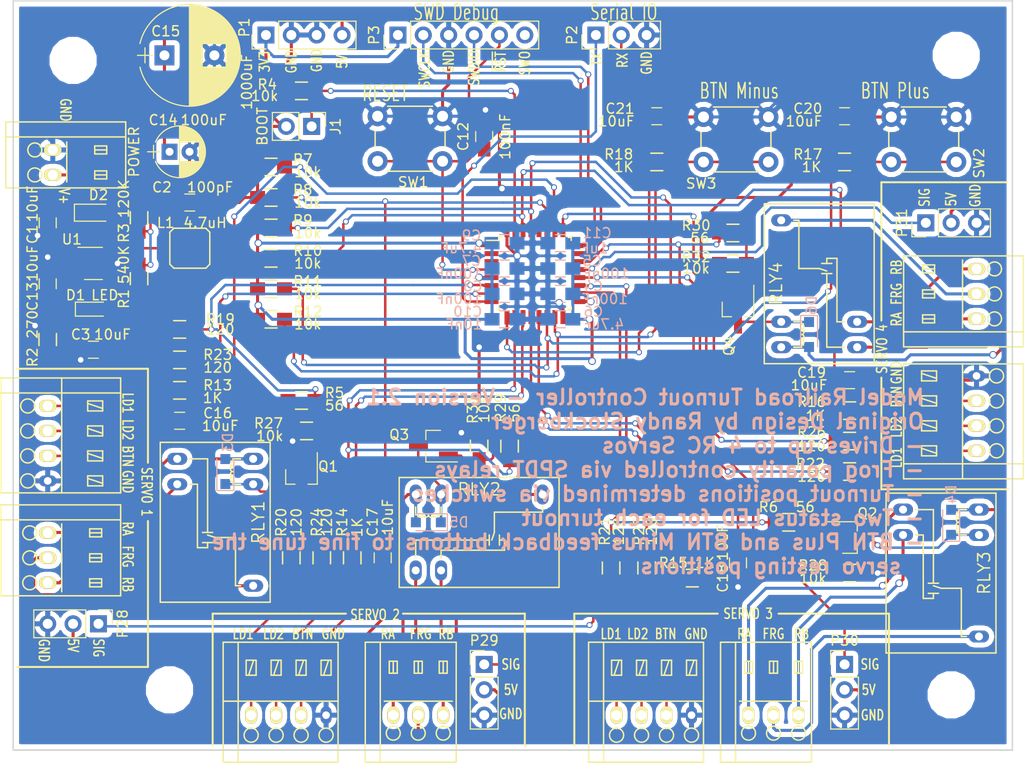
<source format=kicad_pcb>
(kicad_pcb (version 4) (host pcbnew 4.0.5)
  (layers (0 F.Cu signal) (31 B.Cu signal) (34 B.Paste user) (35 F.Paste user) (36 B.SilkS user hide) (37 F.SilkS user) (38 B.Mask user) (39 F.Mask user) (44 Edge.Cuts user))
  (net 0 "")
  (net 1 +5V)
  (net 2 GND)
  (net 3 +3V3)
  (net 4 "Net-(C2-Pad2)")
  (net 5 /NRST)
  (net 6 /BT1)
  (net 7 /BT2)
  (net 8 /BT3)
  (net 9 /BT4)
  (net 10 /BTPLUS)
  (net 11 /BTMINUS)
  (net 12 "Net-(D3-Pad1)")
  (net 13 "Net-(D4-Pad1)")
  (net 14 "Net-(D5-Pad1)")
  (net 15 "Net-(D6-Pad1)")
  (net 16 /BOOT0)
  (net 17 /RX)
  (net 18 /TX)
  (net 19 /SWCLK)
  (net 20 /SWDIO)
  (net 21 /SWO)
  (net 22 "Net-(J5-Pad1)")
  (net 23 "Net-(J5-Pad2)")
  (net 24 /BTN1)
  (net 25 "Net-(J6-Pad1)")
  (net 26 "Net-(J6-Pad2)")
  (net 27 /BTN2)
  (net 28 "Net-(J7-Pad1)")
  (net 29 "Net-(J7-Pad2)")
  (net 30 /BTN3)
  (net 31 "Net-(J8-Pad1)")
  (net 32 "Net-(J8-Pad2)")
  (net 33 /BTN4)
  (net 34 "Net-(L1-Pad1)")
  (net 35 /LD1A)
  (net 36 /LD1B)
  (net 37 /LD2A)
  (net 38 /LD2B)
  (net 39 /LD3A)
  (net 40 /LD3B)
  (net 41 /SV1)
  (net 42 /SV2)
  (net 43 /SV3)
  (net 44 /SV4)
  (net 45 /LD4A)
  (net 46 /LD4B)
  (net 47 /PB5)
  (net 48 /PF0)
  (net 49 /PF1)
  (net 50 "Net-(Q1-Pad1)")
  (net 51 "Net-(Q2-Pad1)")
  (net 52 "Net-(Q3-Pad1)")
  (net 53 "Net-(Q4-Pad1)")
  (net 54 "Net-(R17-Pad2)")
  (net 55 "Net-(R18-Pad2)")
  (net 56 /RAIL1A)
  (net 57 /RAIL1B)
  (net 58 /FROG1)
  (net 59 /RAIL3A)
  (net 60 /RAIL3B)
  (net 61 /FROG3)
  (net 62 /RAIL2A)
  (net 63 /RAIL2B)
  (net 64 /FROG2)
  (net 65 /RAIL4A)
  (net 66 /RAIL4B)
  (net 67 /FROG4)
  (net 68 /VIN)
  (net 69 "Net-(D1-Pad1)")
  (module Capacitors_SMD:C_0805_HandSoldering (layer F.Cu) (at 28.448 46.228 270)
    (fp_text reference C1 (at 1.143 1.524 270) (layer F.SilkS))
    (fp_text value 10uF (at -1.905 1.524 270) (layer F.SilkS))
    (pad 1 smd rect (at -1.25 0 270) (size 1.5 1.25) (layers F.Cu F.Paste F.Mask) (net 1 +5V))
    (pad 2 smd rect (at 1.25 0 270) (size 1.5 1.25) (layers F.Cu F.Paste F.Mask) (net 2 GND))
  )
  (module Capacitors_SMD:C_0805_HandSoldering (layer F.Cu) (at 42.672 44.196 180)
    (fp_text reference C2 (at 2.794 1.524 180) (layer F.SilkS))
    (fp_text value 100pF (at -2.032 1.524 180) (layer F.SilkS))
    (pad 1 smd rect (at -1.25 0 180) (size 1.5 1.25) (layers F.Cu F.Paste F.Mask) (net 3 +3V3))
    (pad 2 smd rect (at 1.25 0 180) (size 1.5 1.25) (layers F.Cu F.Paste F.Mask) (net 4 "Net-(C2-Pad2)"))
  )
  (module Capacitors_SMD:C_0805_HandSoldering (layer F.Cu) (at 33.02 58.928 180)
    (fp_text reference C3 (at 1.27 1.524 180) (layer F.SilkS))
    (fp_text value 10uF (at -1.905 1.524 180) (layer F.SilkS))
    (pad 1 smd rect (at -1.25 0 180) (size 1.5 1.25) (layers F.Cu F.Paste F.Mask) (net 3 +3V3))
    (pad 2 smd rect (at 1.25 0 180) (size 1.5 1.25) (layers F.Cu F.Paste F.Mask) (net 2 GND))
  )
  (module Capacitors_SMD:C_0805_HandSoldering (layer B.Cu) (at 79.756 53.34 180)
    (fp_text reference C4 (at -3.302 0.762 180) (layer B.SilkS) (effects (justify mirror)))
    (fp_text value 100nF (at -4.445 -0.508 180) (layer B.SilkS) (effects (justify mirror)))
    (pad 1 smd rect (at -1.25 0 180) (size 1.5 1.25) (layers B.Cu B.Paste B.Mask) (net 3 +3V3))
    (pad 2 smd rect (at 1.25 0 180) (size 1.5 1.25) (layers B.Cu B.Paste B.Mask) (net 2 GND))
  )
  (module Capacitors_SMD:C_0805_HandSoldering (layer B.Cu) (at 79.756 50.8 180)
    (fp_text reference C5 (at -3.175 0.762 180) (layer B.SilkS) (effects (justify mirror)))
    (fp_text value 100nF (at -4.572 -0.508 180) (layer B.SilkS) (effects (justify mirror)))
    (pad 1 smd rect (at -1.25 0 180) (size 1.5 1.25) (layers B.Cu B.Paste B.Mask) (net 3 +3V3))
    (pad 2 smd rect (at 1.25 0 180) (size 1.5 1.25) (layers B.Cu B.Paste B.Mask) (net 2 GND))
  )
  (module Capacitors_SMD:C_0805_HandSoldering (layer B.Cu) (at 79.756 55.88 180)
    (fp_text reference C6 (at -3.302 0.762 180) (layer B.SilkS) (effects (justify mirror)))
    (fp_text value 4.7uF (at -4.318 -0.508 180) (layer B.SilkS) (effects (justify mirror)))
    (pad 1 smd rect (at -1.25 0 180) (size 1.5 1.25) (layers B.Cu B.Paste B.Mask) (net 3 +3V3))
    (pad 2 smd rect (at 1.25 0 180) (size 1.5 1.25) (layers B.Cu B.Paste B.Mask) (net 2 GND))
  )
  (module Capacitors_SMD:C_0805_HandSoldering (layer B.Cu) (at 74.168 50.8)
    (fp_text reference C7 (at -3.302 -0.762) (layer B.SilkS) (effects (justify mirror)))
    (fp_text value 100nF (at -4.572 0.508) (layer B.SilkS) (effects (justify mirror)))
    (pad 1 smd rect (at -1.25 0) (size 1.5 1.25) (layers B.Cu B.Paste B.Mask) (net 3 +3V3))
    (pad 2 smd rect (at 1.25 0) (size 1.5 1.25) (layers B.Cu B.Paste B.Mask) (net 2 GND))
  )
  (module Capacitors_SMD:C_0805_HandSoldering (layer B.Cu) (at 74.168 53.34)
    (fp_text reference C8 (at -3.175 -0.762) (layer B.SilkS) (effects (justify mirror)))
    (fp_text value 100nF (at -4.572 0.508) (layer B.SilkS) (effects (justify mirror)))
    (pad 1 smd rect (at -1.25 0) (size 1.5 1.25) (layers B.Cu B.Paste B.Mask) (net 3 +3V3))
    (pad 2 smd rect (at 1.25 0) (size 1.5 1.25) (layers B.Cu B.Paste B.Mask) (net 2 GND))
  )
  (module Capacitors_SMD:C_0805_HandSoldering (layer B.Cu) (at 74.168 48.26)
    (fp_text reference C9 (at -3.302 -0.762) (layer B.SilkS) (effects (justify mirror)))
    (fp_text value 4.7uF (at -4.318 0.508) (layer B.SilkS) (effects (justify mirror)))
    (pad 1 smd rect (at -1.25 0) (size 1.5 1.25) (layers B.Cu B.Paste B.Mask) (net 3 +3V3))
    (pad 2 smd rect (at 1.25 0) (size 1.5 1.25) (layers B.Cu B.Paste B.Mask) (net 2 GND))
  )
  (module Capacitors_SMD:C_0805_HandSoldering (layer B.Cu) (at 74.168 55.88)
    (fp_text reference C10 (at -3.683 -0.762) (layer B.SilkS) (effects (justify mirror)))
    (fp_text value 10nF (at -4.064 0.508) (layer B.SilkS) (effects (justify mirror)))
    (pad 1 smd rect (at -1.25 0) (size 1.5 1.25) (layers B.Cu B.Paste B.Mask) (net 3 +3V3))
    (pad 2 smd rect (at 1.25 0) (size 1.5 1.25) (layers B.Cu B.Paste B.Mask) (net 2 GND))
  )
  (module Capacitors_SMD:C_0805_HandSoldering (layer B.Cu) (at 79.756 48.26 180)
    (fp_text reference C11 (at -3.683 1.016 180) (layer B.SilkS) (effects (justify mirror)))
    (fp_text value 1uF (at -3.429 -0.508 180) (layer B.SilkS) (effects (justify mirror)))
    (pad 1 smd rect (at -1.25 0 180) (size 1.5 1.25) (layers B.Cu B.Paste B.Mask) (net 3 +3V3))
    (pad 2 smd rect (at 1.25 0 180) (size 1.5 1.25) (layers B.Cu B.Paste B.Mask) (net 2 GND))
  )
  (module Capacitors_SMD:C_0805_HandSoldering (layer F.Cu) (at 72.136 37.592 90)
    (fp_text reference C12 (at 0 -2.1 90) (layer F.SilkS))
    (fp_text value 100nF (at 0 2.1 90) (layer F.SilkS))
    (pad 1 smd rect (at -1.25 0 90) (size 1.5 1.25) (layers F.Cu F.Paste F.Mask) (net 5 /NRST))
    (pad 2 smd rect (at 1.25 0 90) (size 1.5 1.25) (layers F.Cu F.Paste F.Mask) (net 2 GND))
  )
  (module Capacitors_SMD:C_0805_HandSoldering (layer F.Cu) (at 28.448 52.324 90)
    (fp_text reference C13 (at -1.27 -1.524 90) (layer F.SilkS))
    (fp_text value 10uF (at 2.032 -1.524 90) (layer F.SilkS))
    (pad 1 smd rect (at -1.25 0 90) (size 1.5 1.25) (layers F.Cu F.Paste F.Mask) (net 1 +5V))
    (pad 2 smd rect (at 1.25 0 90) (size 1.5 1.25) (layers F.Cu F.Paste F.Mask) (net 2 GND))
  )
  (module Capacitors_THT:CP_Radial_D5.0mm_P2.00mm (layer F.Cu) (at 40.64 39.116)
    (fp_text reference C14 (at -0.635 -3.175 180) (layer F.SilkS))
    (fp_text value 100uF (at 3.429 -3.175) (layer F.SilkS))
    (pad 1 thru_hole rect (at 0 0) (size 1.6 1.6) (drill 0.8) (layers *.Cu *.Mask) (net 1 +5V))
    (pad 2 thru_hole circle (at 2 0) (size 1.6 1.6) (drill 0.8) (layers *.Cu *.Mask) (net 2 GND))
  )
  (module Capacitors_SMD:C_0805_HandSoldering (layer F.Cu) (at 41.656 66.04)
    (fp_text reference C16 (at 3.81 -0.762) (layer F.SilkS))
    (fp_text value 10uF (at 4.064 0.508) (layer F.SilkS))
    (pad 1 smd rect (at -1.25 0) (size 1.5 1.25) (layers F.Cu F.Paste F.Mask) (net 2 GND))
    (pad 2 smd rect (at 1.25 0) (size 1.5 1.25) (layers F.Cu F.Paste F.Mask) (net 6 /BT1))
  )
  (module Capacitors_SMD:C_0805_HandSoldering (layer F.Cu) (at 61.976 79.756 90)
    (fp_text reference C17 (at 3.556 -1.016 90) (layer F.SilkS))
    (fp_text value 10uF (at 4.064 0.508 90) (layer F.SilkS))
    (pad 1 smd rect (at -1.25 0 90) (size 1.5 1.25) (layers F.Cu F.Paste F.Mask) (net 2 GND))
    (pad 2 smd rect (at 1.25 0 90) (size 1.5 1.25) (layers F.Cu F.Paste F.Mask) (net 7 /BT2))
  )
  (module Capacitors_SMD:C_0805_HandSoldering (layer F.Cu) (at 97.536 80.264 90)
    (fp_text reference C18 (at -1.524 -1.524 90) (layer F.SilkS))
    (fp_text value 10uF (at 2.032 -1.524 90) (layer F.SilkS))
    (pad 1 smd rect (at -1.25 0 90) (size 1.5 1.25) (layers F.Cu F.Paste F.Mask) (net 2 GND))
    (pad 2 smd rect (at 1.25 0 90) (size 1.5 1.25) (layers F.Cu F.Paste F.Mask) (net 8 /BT3))
  )
  (module Capacitors_SMD:C_0805_HandSoldering (layer F.Cu) (at 108.712 61.976 180)
    (fp_text reference C19 (at 3.81 0.762 180) (layer F.SilkS))
    (fp_text value 10uF (at 4.064 -0.508 180) (layer F.SilkS))
    (pad 1 smd rect (at -1.25 0 180) (size 1.5 1.25) (layers F.Cu F.Paste F.Mask) (net 2 GND))
    (pad 2 smd rect (at 1.25 0 180) (size 1.5 1.25) (layers F.Cu F.Paste F.Mask) (net 9 /BT4))
  )
  (module Capacitors_SMD:C_0805_HandSoldering (layer F.Cu) (at 108.204 35.56 180)
    (fp_text reference C20 (at 3.683 0.762 180) (layer F.SilkS))
    (fp_text value 10uF (at 4.064 -0.508 180) (layer F.SilkS))
    (pad 1 smd rect (at -1.25 0 180) (size 1.5 1.25) (layers F.Cu F.Paste F.Mask) (net 2 GND))
    (pad 2 smd rect (at 1.25 0 180) (size 1.5 1.25) (layers F.Cu F.Paste F.Mask) (net 10 /BTPLUS))
  )
  (module Capacitors_SMD:C_0805_HandSoldering (layer F.Cu) (at 89.408 35.56 180)
    (fp_text reference C21 (at 3.683 0.762 180) (layer F.SilkS))
    (fp_text value 10uF (at 4.064 -0.508 180) (layer F.SilkS))
    (pad 1 smd rect (at -1.25 0 180) (size 1.5 1.25) (layers F.Cu F.Paste F.Mask) (net 2 GND))
    (pad 2 smd rect (at 1.25 0 180) (size 1.5 1.25) (layers F.Cu F.Paste F.Mask) (net 11 /BTMINUS))
  )
  (module LEDs:LED_0805 (layer F.Cu) (at 33.02 54.864)
    (fp_text reference D1 (at -1.778 -1.397) (layer F.SilkS))
    (fp_text value LED (at 1.143 -1.397) (layer F.SilkS))
    (pad 2 smd rect (at 1.1 0 180) (size 1.2 1.2) (layers F.Cu F.Paste F.Mask) (net 3 +3V3))
    (pad 1 smd rect (at -1.1 0 180) (size 1.2 1.2) (layers F.Cu F.Paste F.Mask) (net 69 "Net-(D1-Pad1)"))
  )
  (module Diodes_SMD:D_SOD-323_HandSoldering (layer B.Cu) (at 46.228 71.12 90)
    (fp_text reference D3 (at 2.921 0.254 90) (layer B.SilkS) (effects (justify mirror)))
    (fp_text value DIODE)
    (pad 1 smd rect (at -1.25 0 90) (size 1 1) (layers B.Cu B.Paste B.Mask) (net 12 "Net-(D3-Pad1)"))
    (pad 2 smd rect (at 1.25 0 90) (size 1 1) (layers B.Cu B.Paste B.Mask) (net 1 +5V))
  )
  (module Diodes_SMD:D_SOD-323_HandSoldering (layer B.Cu) (at 118.872 76.2 90)
    (fp_text reference D4 (at 2.794 0 90) (layer B.SilkS) (effects (justify mirror)))
    (fp_text value DIODE)
    (pad 1 smd rect (at -1.25 0 90) (size 1 1) (layers B.Cu B.Paste B.Mask) (net 13 "Net-(D4-Pad1)"))
    (pad 2 smd rect (at 1.25 0 90) (size 1 1) (layers B.Cu B.Paste B.Mask) (net 1 +5V))
  )
  (module Diodes_SMD:D_SOD-323_HandSoldering (layer B.Cu) (at 66.548 76.2 180)
    (fp_text reference D5 (at -3.048 0 180) (layer B.SilkS) (effects (justify mirror)))
    (fp_text value DIODE)
    (pad 1 smd rect (at -1.25 0 180) (size 1 1) (layers B.Cu B.Paste B.Mask) (net 14 "Net-(D5-Pad1)"))
    (pad 2 smd rect (at 1.25 0 180) (size 1 1) (layers B.Cu B.Paste B.Mask) (net 1 +5V))
  )
  (module Diodes_SMD:D_SOD-323_HandSoldering (layer B.Cu) (at 104.648 57.404 270)
    (fp_text reference D6 (at -2.921 -0.254 270) (layer B.SilkS) (effects (justify mirror)))
    (fp_text value DIODE)
    (pad 1 smd rect (at -1.25 0 270) (size 1 1) (layers B.Cu B.Paste B.Mask) (net 15 "Net-(D6-Pad1)"))
    (pad 2 smd rect (at 1.25 0 270) (size 1 1) (layers B.Cu B.Paste B.Mask) (net 1 +5V))
  )
  (module Pin_Headers:Pin_Header_Straight_1x02_Pitch2.54mm (layer F.Cu) (at 54.864 36.576 270)
    (fp_text reference J1 (at 0 -2.39 270) (layer F.SilkS))
    (fp_text value BOOT (at 0 4.93 270) (layer F.SilkS))
    (pad 1 thru_hole rect (at 0 0 270) (size 1.7 1.7) (drill 1) (layers *.Cu *.Mask) (net 16 /BOOT0))
    (pad 2 thru_hole oval (at 0 2.54 270) (size 1.7 1.7) (drill 1) (layers *.Cu *.Mask) (net 3 +3V3))
  )
  (module rls_misc:Bourns-Inductor-SRN4026 (layer F.Cu) (at 42.672 48.768)
    (fp_text reference L1 (at -2.413 -2.54) (layer F.SilkS))
    (fp_text value 4.7uH (at 1.524 -2.54) (layer F.SilkS))
    (pad 2 smd rect (at 1.7 0) (size 1.8 3.6) (layers F.Cu F.Paste F.Mask) (net 3 +3V3))
    (pad 1 smd rect (at -1.7 0) (size 1.8 3.6) (layers F.Cu F.Paste F.Mask) (net 34 "Net-(L1-Pad1)"))
  )
  (module Pin_Headers:Pin_Header_Straight_1x03_Pitch2.54mm (layer F.Cu) (at 33.528 86.36 270)
    (fp_text reference P28 (at 0 -2.413 270) (layer F.SilkS))
    (fp_text value SERVO1 hide)
    (pad 1 thru_hole rect (at 0 0 270) (size 1.7 1.7) (drill 1) (layers *.Cu *.Mask) (net 41 /SV1))
    (pad 2 thru_hole oval (at 0 2.54 270) (size 1.7 1.7) (drill 1) (layers *.Cu *.Mask) (net 1 +5V))
    (pad 3 thru_hole oval (at 0 5.08 270) (size 1.7 1.7) (drill 1) (layers *.Cu *.Mask) (net 2 GND))
  )
  (module Pin_Headers:Pin_Header_Straight_1x03_Pitch2.54mm (layer F.Cu) (at 72.136 90.424)
    (fp_text reference P29 (at 0 -2.39) (layer F.SilkS))
    (fp_text value SERVO2 hide)
    (pad 1 thru_hole rect (at 0 0) (size 1.7 1.7) (drill 1) (layers *.Cu *.Mask) (net 42 /SV2))
    (pad 2 thru_hole oval (at 0 2.54) (size 1.7 1.7) (drill 1) (layers *.Cu *.Mask) (net 1 +5V))
    (pad 3 thru_hole oval (at 0 5.08) (size 1.7 1.7) (drill 1) (layers *.Cu *.Mask) (net 2 GND))
  )
  (module Pin_Headers:Pin_Header_Straight_1x03_Pitch2.54mm (layer F.Cu) (at 108.204 90.424)
    (fp_text reference P30 (at 0 -2.39) (layer F.SilkS))
    (fp_text value SERVO3 hide)
    (pad 1 thru_hole rect (at 0 0) (size 1.7 1.7) (drill 1) (layers *.Cu *.Mask) (net 43 /SV3))
    (pad 2 thru_hole oval (at 0 2.54) (size 1.7 1.7) (drill 1) (layers *.Cu *.Mask) (net 1 +5V))
    (pad 3 thru_hole oval (at 0 5.08) (size 1.7 1.7) (drill 1) (layers *.Cu *.Mask) (net 2 GND))
  )
  (module Pin_Headers:Pin_Header_Straight_1x03_Pitch2.54mm (layer F.Cu) (at 116.332 46.228 90)
    (fp_text reference P31 (at 0 -2.39 90) (layer F.SilkS))
    (fp_text value SERVO4 hide)
    (pad 1 thru_hole rect (at 0 0 90) (size 1.7 1.7) (drill 1) (layers *.Cu *.Mask) (net 44 /SV4))
    (pad 2 thru_hole oval (at 0 2.54 90) (size 1.7 1.7) (drill 1) (layers *.Cu *.Mask) (net 1 +5V))
    (pad 3 thru_hole oval (at 0 5.08 90) (size 1.7 1.7) (drill 1) (layers *.Cu *.Mask) (net 2 GND))
  )
  (module TO_SOT_Packages_SMD:SOT-23_Handsoldering (layer F.Cu) (at 53.848 71.628 270)
    (fp_text reference Q1 (at -1.016 -2.667 360) (layer F.SilkS))
    (fp_text value MMBF170 hide)
    (pad 1 smd rect (at -1.5 -0.95 270) (size 1.9 0.8) (layers F.Cu F.Paste F.Mask) (net 50 "Net-(Q1-Pad1)"))
    (pad 2 smd rect (at -1.5 0.95 270) (size 1.9 0.8) (layers F.Cu F.Paste F.Mask) (net 2 GND))
    (pad 3 smd rect (at 1.5 0 270) (size 1.9 0.8) (layers F.Cu F.Paste F.Mask) (net 12 "Net-(D3-Pad1)"))
  )
  (module TO_SOT_Packages_SMD:SOT-23_Handsoldering (layer F.Cu) (at 108.712 77.724)
    (fp_text reference Q2 (at 1.778 -2.413) (layer F.SilkS))
    (fp_text value MMBF170 hide)
    (pad 1 smd rect (at -1.5 -0.95) (size 1.9 0.8) (layers F.Cu F.Paste F.Mask) (net 51 "Net-(Q2-Pad1)"))
    (pad 2 smd rect (at -1.5 0.95) (size 1.9 0.8) (layers F.Cu F.Paste F.Mask) (net 2 GND))
    (pad 3 smd rect (at 1.5 0) (size 1.9 0.8) (layers F.Cu F.Paste F.Mask) (net 13 "Net-(D4-Pad1)"))
  )
  (module TO_SOT_Packages_SMD:SOT-23_Handsoldering (layer F.Cu) (at 67.056 68.58 180)
    (fp_text reference Q3 (at 3.429 1.143 180) (layer F.SilkS))
    (fp_text value MMBF170 hide)
    (pad 1 smd rect (at -1.5 -0.95 180) (size 1.9 0.8) (layers F.Cu F.Paste F.Mask) (net 52 "Net-(Q3-Pad1)"))
    (pad 2 smd rect (at -1.5 0.95 180) (size 1.9 0.8) (layers F.Cu F.Paste F.Mask) (net 2 GND))
    (pad 3 smd rect (at 1.5 0 180) (size 1.9 0.8) (layers F.Cu F.Paste F.Mask) (net 14 "Net-(D5-Pad1)"))
  )
  (module TO_SOT_Packages_SMD:SOT-23_Handsoldering (layer F.Cu) (at 97.536 54.864 270)
    (fp_text reference Q4 (at 3.683 0.889 270) (layer F.SilkS))
    (fp_text value MMBF170 hide)
    (pad 1 smd rect (at -1.5 -0.95 270) (size 1.9 0.8) (layers F.Cu F.Paste F.Mask) (net 53 "Net-(Q4-Pad1)"))
    (pad 2 smd rect (at -1.5 0.95 270) (size 1.9 0.8) (layers F.Cu F.Paste F.Mask) (net 2 GND))
    (pad 3 smd rect (at 1.5 0 270) (size 1.9 0.8) (layers F.Cu F.Paste F.Mask) (net 15 "Net-(D6-Pad1)"))
  )
  (module Resistors_SMD:R_0805_HandSoldering (layer F.Cu) (at 37.592 51.816 90)
    (fp_text reference R1 (at -2.032 -1.524 90) (layer F.SilkS))
    (fp_text value 540K (at 1.397 -1.524 90) (layer F.SilkS))
    (pad 1 smd rect (at -1.35 0 90) (size 1.5 1.3) (layers F.Cu F.Paste F.Mask) (net 3 +3V3))
    (pad 2 smd rect (at 1.35 0 90) (size 1.5 1.3) (layers F.Cu F.Paste F.Mask) (net 4 "Net-(C2-Pad2)"))
  )
  (module Resistors_SMD:R_0805_HandSoldering (layer F.Cu) (at 28.448 57.912 270)
    (fp_text reference R2 (at 1.778 1.524 270) (layer F.SilkS))
    (fp_text value 270 (at -1.524 1.524 270) (layer F.SilkS))
    (pad 1 smd rect (at -1.35 0 270) (size 1.5 1.3) (layers F.Cu F.Paste F.Mask) (net 2 GND))
    (pad 2 smd rect (at 1.35 0 270) (size 1.5 1.3) (layers F.Cu F.Paste F.Mask) (net 69 "Net-(D1-Pad1)"))
  )
  (module Resistors_SMD:R_0805_HandSoldering (layer F.Cu) (at 37.592 45.72 90)
    (fp_text reference R3 (at -1.524 -1.524 90) (layer F.SilkS))
    (fp_text value 120K (at 1.905 -1.524 90) (layer F.SilkS))
    (pad 1 smd rect (at -1.35 0 90) (size 1.5 1.3) (layers F.Cu F.Paste F.Mask) (net 4 "Net-(C2-Pad2)"))
    (pad 2 smd rect (at 1.35 0 90) (size 1.5 1.3) (layers F.Cu F.Paste F.Mask) (net 2 GND))
  )
  (module Resistors_SMD:R_0805_HandSoldering (layer F.Cu) (at 53.848 33.02 180)
    (fp_text reference R4 (at 3.429 0.635 180) (layer F.SilkS))
    (fp_text value 10k (at 3.683 -0.508 180) (layer F.SilkS))
    (pad 1 smd rect (at -1.35 0 180) (size 1.5 1.3) (layers F.Cu F.Paste F.Mask) (net 16 /BOOT0))
    (pad 2 smd rect (at 1.35 0 180) (size 1.5 1.3) (layers F.Cu F.Paste F.Mask) (net 2 GND))
  )
  (module Resistors_SMD:R_0805_HandSoldering (layer F.Cu) (at 53.848 64.008)
    (fp_text reference R5 (at 3.302 -0.762) (layer F.SilkS))
    (fp_text value 56 (at 3.302 0.508) (layer F.SilkS))
    (pad 1 smd rect (at -1.35 0) (size 1.5 1.3) (layers F.Cu F.Paste F.Mask) (net 50 "Net-(Q1-Pad1)"))
    (pad 2 smd rect (at 1.35 0) (size 1.5 1.3) (layers F.Cu F.Paste F.Mask) (net 35 /LD1A))
  )
  (module Resistors_SMD:R_0805_HandSoldering (layer F.Cu) (at 102.616 76.2 180)
    (fp_text reference R6 (at 2.032 1.524 180) (layer F.SilkS))
    (fp_text value 56 (at -1.651 1.524 180) (layer F.SilkS))
    (pad 1 smd rect (at -1.35 0 180) (size 1.5 1.3) (layers F.Cu F.Paste F.Mask) (net 51 "Net-(Q2-Pad1)"))
    (pad 2 smd rect (at 1.35 0 180) (size 1.5 1.3) (layers F.Cu F.Paste F.Mask) (net 39 /LD3A))
  )
  (module Resistors_SMD:R_0805_HandSoldering (layer F.Cu) (at 50.8 40.64)
    (fp_text reference R7 (at 3.175 -0.762) (layer F.SilkS))
    (fp_text value 10k (at 3.683 0.508) (layer F.SilkS))
    (pad 1 smd rect (at -1.35 0) (size 1.5 1.3) (layers F.Cu F.Paste F.Mask) (net 3 +3V3))
    (pad 2 smd rect (at 1.35 0) (size 1.5 1.3) (layers F.Cu F.Paste F.Mask) (net 6 /BT1))
  )
  (module Resistors_SMD:R_0805_HandSoldering (layer F.Cu) (at 50.8 43.688)
    (fp_text reference R8 (at 3.175 -0.762) (layer F.SilkS))
    (fp_text value 10k (at 3.683 0.508) (layer F.SilkS))
    (pad 1 smd rect (at -1.35 0) (size 1.5 1.3) (layers F.Cu F.Paste F.Mask) (net 3 +3V3))
    (pad 2 smd rect (at 1.35 0) (size 1.5 1.3) (layers F.Cu F.Paste F.Mask) (net 7 /BT2))
  )
  (module Resistors_SMD:R_0805_HandSoldering (layer F.Cu) (at 50.8 46.736)
    (fp_text reference R9 (at 3.175 -0.762) (layer F.SilkS))
    (fp_text value 10k (at 3.683 0.508) (layer F.SilkS))
    (pad 1 smd rect (at -1.35 0) (size 1.5 1.3) (layers F.Cu F.Paste F.Mask) (net 3 +3V3))
    (pad 2 smd rect (at 1.35 0) (size 1.5 1.3) (layers F.Cu F.Paste F.Mask) (net 8 /BT3))
  )
  (module Resistors_SMD:R_0805_HandSoldering (layer F.Cu) (at 50.8 49.784)
    (fp_text reference R10 (at 3.683 -0.762) (layer F.SilkS))
    (fp_text value 10k (at 3.683 0.508) (layer F.SilkS))
    (pad 1 smd rect (at -1.35 0) (size 1.5 1.3) (layers F.Cu F.Paste F.Mask) (net 3 +3V3))
    (pad 2 smd rect (at 1.35 0) (size 1.5 1.3) (layers F.Cu F.Paste F.Mask) (net 9 /BT4))
  )
  (module Resistors_SMD:R_0805_HandSoldering (layer F.Cu) (at 50.8 52.832)
    (fp_text reference R11 (at 3.683 -0.762) (layer F.SilkS))
    (fp_text value 10k (at 3.683 0.508) (layer F.SilkS))
    (pad 1 smd rect (at -1.35 0) (size 1.5 1.3) (layers F.Cu F.Paste F.Mask) (net 3 +3V3))
    (pad 2 smd rect (at 1.35 0) (size 1.5 1.3) (layers F.Cu F.Paste F.Mask) (net 10 /BTPLUS))
  )
  (module Resistors_SMD:R_0805_HandSoldering (layer F.Cu) (at 50.8 55.88)
    (fp_text reference R12 (at 3.683 -0.762) (layer F.SilkS))
    (fp_text value 10k (at 3.683 0.508) (layer F.SilkS))
    (pad 1 smd rect (at -1.35 0) (size 1.5 1.3) (layers F.Cu F.Paste F.Mask) (net 3 +3V3))
    (pad 2 smd rect (at 1.35 0) (size 1.5 1.3) (layers F.Cu F.Paste F.Mask) (net 11 /BTMINUS))
  )
  (module Resistors_SMD:R_0805_HandSoldering (layer F.Cu) (at 41.656 62.992 180)
    (fp_text reference R13 (at -3.81 0.508 180) (layer F.SilkS))
    (fp_text value 1K (at -3.302 -0.762 180) (layer F.SilkS))
    (pad 1 smd rect (at -1.35 0 180) (size 1.5 1.3) (layers F.Cu F.Paste F.Mask) (net 6 /BT1))
    (pad 2 smd rect (at 1.35 0 180) (size 1.5 1.3) (layers F.Cu F.Paste F.Mask) (net 24 /BTN1))
  )
  (module Resistors_SMD:R_0805_HandSoldering (layer F.Cu) (at 58.928 79.756 270)
    (fp_text reference R14 (at -3.556 1.016 270) (layer F.SilkS))
    (fp_text value 1K (at -3.048 -0.508 270) (layer F.SilkS))
    (pad 1 smd rect (at -1.35 0 270) (size 1.5 1.3) (layers F.Cu F.Paste F.Mask) (net 7 /BT2))
    (pad 2 smd rect (at 1.35 0 270) (size 1.5 1.3) (layers F.Cu F.Paste F.Mask) (net 27 /BTN2))
  )
  (module Resistors_SMD:R_0805_HandSoldering (layer F.Cu) (at 92.964 81.788 180)
    (fp_text reference R15 (at 1.905 1.524 180) (layer F.SilkS))
    (fp_text value 1K (at -1.27 1.524 180) (layer F.SilkS))
    (pad 1 smd rect (at -1.35 0 180) (size 1.5 1.3) (layers F.Cu F.Paste F.Mask) (net 8 /BT3))
    (pad 2 smd rect (at 1.35 0 180) (size 1.5 1.3) (layers F.Cu F.Paste F.Mask) (net 30 /BTN3))
  )
  (module Resistors_SMD:R_0805_HandSoldering (layer F.Cu) (at 108.712 65.024)
    (fp_text reference R16 (at -3.81 -0.889) (layer F.SilkS))
    (fp_text value 1K (at -3.429 0.508) (layer F.SilkS))
    (pad 1 smd rect (at -1.35 0) (size 1.5 1.3) (layers F.Cu F.Paste F.Mask) (net 9 /BT4))
    (pad 2 smd rect (at 1.35 0) (size 1.5 1.3) (layers F.Cu F.Paste F.Mask) (net 33 /BTN4))
  )
  (module Resistors_SMD:R_0805_HandSoldering (layer F.Cu) (at 108.204 40.132)
    (fp_text reference R17 (at -3.683 -0.762) (layer F.SilkS))
    (fp_text value 1K (at -3.302 0.508) (layer F.SilkS))
    (pad 1 smd rect (at -1.35 0) (size 1.5 1.3) (layers F.Cu F.Paste F.Mask) (net 10 /BTPLUS))
    (pad 2 smd rect (at 1.35 0) (size 1.5 1.3) (layers F.Cu F.Paste F.Mask) (net 54 "Net-(R17-Pad2)"))
  )
  (module Resistors_SMD:R_0805_HandSoldering (layer F.Cu) (at 89.408 40.132)
    (fp_text reference R18 (at -3.81 -0.762) (layer F.SilkS))
    (fp_text value 1K (at -3.302 0.508) (layer F.SilkS))
    (pad 1 smd rect (at -1.35 0) (size 1.5 1.3) (layers F.Cu F.Paste F.Mask) (net 11 /BTMINUS))
    (pad 2 smd rect (at 1.35 0) (size 1.5 1.3) (layers F.Cu F.Paste F.Mask) (net 55 "Net-(R18-Pad2)"))
  )
  (module Resistors_SMD:R_0805_HandSoldering (layer F.Cu) (at 41.656 56.896)
    (fp_text reference R19 (at 4.064 -1.016) (layer F.SilkS))
    (fp_text value 120 (at 4.064 0) (layer F.SilkS))
    (pad 1 smd rect (at -1.35 0) (size 1.5 1.3) (layers F.Cu F.Paste F.Mask) (net 22 "Net-(J5-Pad1)"))
    (pad 2 smd rect (at 1.35 0) (size 1.5 1.3) (layers F.Cu F.Paste F.Mask) (net 35 /LD1A))
  )
  (module Resistors_SMD:R_0805_HandSoldering (layer F.Cu) (at 52.832 79.756 90)
    (fp_text reference R20 (at 3.556 -1.016 90) (layer F.SilkS))
    (fp_text value 120 (at 3.556 0.508 90) (layer F.SilkS))
    (pad 1 smd rect (at -1.35 0 90) (size 1.5 1.3) (layers F.Cu F.Paste F.Mask) (net 25 "Net-(J6-Pad1)"))
    (pad 2 smd rect (at 1.35 0 90) (size 1.5 1.3) (layers F.Cu F.Paste F.Mask) (net 37 /LD2A))
  )
  (module Resistors_SMD:R_0805_HandSoldering (layer F.Cu) (at 84.836 80.772 90)
    (fp_text reference R21 (at 3.683 -0.635 90) (layer F.SilkS))
    (fp_text value 120 (at 3.683 0.762 90) (layer F.SilkS))
    (pad 1 smd rect (at -1.35 0 90) (size 1.5 1.3) (layers F.Cu F.Paste F.Mask) (net 28 "Net-(J7-Pad1)"))
    (pad 2 smd rect (at 1.35 0 90) (size 1.5 1.3) (layers F.Cu F.Paste F.Mask) (net 39 /LD3A))
  )
  (module Resistors_SMD:R_0805_HandSoldering (layer F.Cu) (at 108.712 71.12 180)
    (fp_text reference R22 (at 3.937 0.762 180) (layer F.SilkS))
    (fp_text value 120 (at 3.81 -0.508 180) (layer F.SilkS))
    (pad 1 smd rect (at -1.35 0 180) (size 1.5 1.3) (layers F.Cu F.Paste F.Mask) (net 31 "Net-(J8-Pad1)"))
    (pad 2 smd rect (at 1.35 0 180) (size 1.5 1.3) (layers F.Cu F.Paste F.Mask) (net 45 /LD4A))
  )
  (module Resistors_SMD:R_0805_HandSoldering (layer F.Cu) (at 41.656 59.944)
    (fp_text reference R23 (at 3.81 -0.508) (layer F.SilkS))
    (fp_text value 120 (at 3.81 0.762) (layer F.SilkS))
    (pad 1 smd rect (at -1.35 0) (size 1.5 1.3) (layers F.Cu F.Paste F.Mask) (net 23 "Net-(J5-Pad2)"))
    (pad 2 smd rect (at 1.35 0) (size 1.5 1.3) (layers F.Cu F.Paste F.Mask) (net 36 /LD1B))
  )
  (module Resistors_SMD:R_0805_HandSoldering (layer F.Cu) (at 55.88 79.756 90)
    (fp_text reference R24 (at 3.556 -0.508 90) (layer F.SilkS))
    (fp_text value 120 (at 3.556 0.508 90) (layer F.SilkS))
    (pad 1 smd rect (at -1.35 0 90) (size 1.5 1.3) (layers F.Cu F.Paste F.Mask) (net 26 "Net-(J6-Pad2)"))
    (pad 2 smd rect (at 1.35 0 90) (size 1.5 1.3) (layers F.Cu F.Paste F.Mask) (net 38 /LD2B))
  )
  (module Resistors_SMD:R_0805_HandSoldering (layer F.Cu) (at 88.392 80.772 90)
    (fp_text reference R25 (at 3.683 -0.762 90) (layer F.SilkS))
    (fp_text value 120 (at 3.683 0.508 90) (layer F.SilkS))
    (pad 1 smd rect (at -1.35 0 90) (size 1.5 1.3) (layers F.Cu F.Paste F.Mask) (net 29 "Net-(J7-Pad2)"))
    (pad 2 smd rect (at 1.35 0 90) (size 1.5 1.3) (layers F.Cu F.Paste F.Mask) (net 40 /LD3B))
  )
  (module Resistors_SMD:R_0805_HandSoldering (layer F.Cu) (at 108.712 68.072 180)
    (fp_text reference R26 (at 3.81 0.889 180) (layer F.SilkS))
    (fp_text value 120 (at 3.81 -0.508 180) (layer F.SilkS))
    (pad 1 smd rect (at -1.35 0 180) (size 1.5 1.3) (layers F.Cu F.Paste F.Mask) (net 32 "Net-(J8-Pad2)"))
    (pad 2 smd rect (at 1.35 0 180) (size 1.5 1.3) (layers F.Cu F.Paste F.Mask) (net 46 /LD4B))
  )
  (module Resistors_SMD:R_0805_HandSoldering (layer F.Cu) (at 54.356 67.056 180)
    (fp_text reference R27 (at 3.81 0.762 180) (layer F.SilkS))
    (fp_text value 10k (at 3.683 -0.508 180) (layer F.SilkS))
    (pad 1 smd rect (at -1.35 0 180) (size 1.5 1.3) (layers F.Cu F.Paste F.Mask) (net 50 "Net-(Q1-Pad1)"))
    (pad 2 smd rect (at 1.35 0 180) (size 1.5 1.3) (layers F.Cu F.Paste F.Mask) (net 2 GND))
  )
  (module Resistors_SMD:R_0805_HandSoldering (layer F.Cu) (at 108.712 81.28)
    (fp_text reference R28 (at -3.683 -0.762) (layer F.SilkS))
    (fp_text value 10k (at -3.683 0.508) (layer F.SilkS))
    (pad 1 smd rect (at -1.35 0) (size 1.5 1.3) (layers F.Cu F.Paste F.Mask) (net 51 "Net-(Q2-Pad1)"))
    (pad 2 smd rect (at 1.35 0) (size 1.5 1.3) (layers F.Cu F.Paste F.Mask) (net 2 GND))
  )
  (module Resistors_SMD:R_0805_HandSoldering (layer F.Cu) (at 74.676 68.58 270)
    (fp_text reference R29 (at -3.81 0.889 270) (layer F.SilkS))
    (fp_text value 56 (at -3.302 -0.508 270) (layer F.SilkS))
    (pad 1 smd rect (at -1.35 0 270) (size 1.5 1.3) (layers F.Cu F.Paste F.Mask) (net 52 "Net-(Q3-Pad1)"))
    (pad 2 smd rect (at 1.35 0 270) (size 1.5 1.3) (layers F.Cu F.Paste F.Mask) (net 37 /LD2A))
  )
  (module Resistors_SMD:R_0805_HandSoldering (layer F.Cu) (at 97.028 47.244 180)
    (fp_text reference R30 (at 3.683 0.762 180) (layer F.SilkS))
    (fp_text value 56 (at 3.302 -0.508 180) (layer F.SilkS))
    (pad 1 smd rect (at -1.35 0 180) (size 1.5 1.3) (layers F.Cu F.Paste F.Mask) (net 53 "Net-(Q4-Pad1)"))
    (pad 2 smd rect (at 1.35 0 180) (size 1.5 1.3) (layers F.Cu F.Paste F.Mask) (net 45 /LD4A))
  )
  (module Resistors_SMD:R_0805_HandSoldering (layer F.Cu) (at 71.628 68.58 90)
    (fp_text reference R31 (at 3.683 -0.635 90) (layer F.SilkS))
    (fp_text value 10k (at 3.683 0.508 90) (layer F.SilkS))
    (pad 1 smd rect (at -1.35 0 90) (size 1.5 1.3) (layers F.Cu F.Paste F.Mask) (net 52 "Net-(Q3-Pad1)"))
    (pad 2 smd rect (at 1.35 0 90) (size 1.5 1.3) (layers F.Cu F.Paste F.Mask) (net 2 GND))
  )
  (module Resistors_SMD:R_0805_HandSoldering (layer F.Cu) (at 97.028 50.292 180)
    (fp_text reference R32 (at 3.683 0.635 180) (layer F.SilkS))
    (fp_text value 10k (at 3.683 -0.508 180) (layer F.SilkS))
    (pad 1 smd rect (at -1.35 0 180) (size 1.5 1.3) (layers F.Cu F.Paste F.Mask) (net 53 "Net-(Q4-Pad1)"))
    (pad 2 smd rect (at 1.35 0 180) (size 1.5 1.3) (layers F.Cu F.Paste F.Mask) (net 2 GND))
  )
  (module servolibrary:RELAY_SPDT (layer F.Cu) (at 45.212 76.2 270)
    (fp_text reference RLY1 (at 0 -4.318 450) (layer F.SilkS) (effects (font (size 1.2 1.2))))
    (fp_text value Relay-SPDT-TE_Connectivity-Form_C hide)
    (pad 12 thru_hole oval (at -6.35 -3.8 270) (size 1.2 2) (drill 0.8) (layers *.Cu *.Mask) (net 1 +5V))
    (pad 1 thru_hole oval (at -6.35 3.8 270) (size 1.2 2) (drill 0.8) (layers *.Cu *.Mask) (net 57 /RAIL1B))
    (pad 11 thru_hole oval (at -3.81 -3.8 270) (size 1.2 2) (drill 0.8) (layers *.Cu *.Mask) (net 12 "Net-(D3-Pad1)"))
    (pad 2 thru_hole oval (at -3.81 3.8 270) (size 1.2 2) (drill 0.8) (layers *.Cu *.Mask) (net 56 /RAIL1A))
    (pad 7 thru_hole oval (at 6.35 -3.8 270) (size 1.2 2) (drill 0.8) (layers *.Cu *.Mask) (net 58 /FROG1))
  )
  (module servolibrary:RELAY_SPDT (layer F.Cu) (at 71.628 77.216)
    (fp_text reference RLY2 (at 0 -4.318 180) (layer F.SilkS) (effects (font (size 1.2 1.2))))
    (fp_text value Relay-SPDT-TE_Connectivity-Form_C hide)
    (pad 12 thru_hole oval (at -6.35 -3.8) (size 1.2 2) (drill 0.8) (layers *.Cu *.Mask) (net 1 +5V))
    (pad 1 thru_hole oval (at -6.35 3.8) (size 1.2 2) (drill 0.8) (layers *.Cu *.Mask) (net 63 /RAIL2B))
    (pad 11 thru_hole oval (at -3.81 -3.8) (size 1.2 2) (drill 0.8) (layers *.Cu *.Mask) (net 14 "Net-(D5-Pad1)"))
    (pad 2 thru_hole oval (at -3.81 3.8) (size 1.2 2) (drill 0.8) (layers *.Cu *.Mask) (net 62 /RAIL2A))
    (pad 7 thru_hole oval (at 6.35 -3.8) (size 1.2 2) (drill 0.8) (layers *.Cu *.Mask) (net 64 /FROG2))
  )
  (module servolibrary:RELAY_SPDT (layer F.Cu) (at 117.856 81.28 270)
    (fp_text reference RLY3 (at 0 -4.318 450) (layer F.SilkS) (effects (font (size 1.2 1.2))))
    (fp_text value Relay-SPDT-TE_Connectivity-Form_C hide)
    (pad 12 thru_hole oval (at -6.35 -3.8 270) (size 1.2 2) (drill 0.8) (layers *.Cu *.Mask) (net 1 +5V))
    (pad 1 thru_hole oval (at -6.35 3.8 270) (size 1.2 2) (drill 0.8) (layers *.Cu *.Mask) (net 60 /RAIL3B))
    (pad 11 thru_hole oval (at -3.81 -3.8 270) (size 1.2 2) (drill 0.8) (layers *.Cu *.Mask) (net 13 "Net-(D4-Pad1)"))
    (pad 2 thru_hole oval (at -3.81 3.8 270) (size 1.2 2) (drill 0.8) (layers *.Cu *.Mask) (net 59 /RAIL3A))
    (pad 7 thru_hole oval (at 6.35 -3.8 270) (size 1.2 2) (drill 0.8) (layers *.Cu *.Mask) (net 61 /FROG3))
  )
  (module servolibrary:RELAY_SPDT (layer F.Cu) (at 105.664 52.324 90)
    (fp_text reference RLY4 (at 0 -4.318 270) (layer F.SilkS) (effects (font (size 1.2 1.2))))
    (fp_text value Relay-SPDT-TE_Connectivity-Form_C hide)
    (pad 12 thru_hole oval (at -6.35 -3.8 90) (size 1.2 2) (drill 0.8) (layers *.Cu *.Mask) (net 1 +5V))
    (pad 1 thru_hole oval (at -6.35 3.8 90) (size 1.2 2) (drill 0.8) (layers *.Cu *.Mask) (net 66 /RAIL4B))
    (pad 11 thru_hole oval (at -3.81 -3.8 90) (size 1.2 2) (drill 0.8) (layers *.Cu *.Mask) (net 15 "Net-(D6-Pad1)"))
    (pad 2 thru_hole oval (at -3.81 3.8 90) (size 1.2 2) (drill 0.8) (layers *.Cu *.Mask) (net 65 /RAIL4A))
    (pad 7 thru_hole oval (at 6.35 -3.8 90) (size 1.2 2) (drill 0.8) (layers *.Cu *.Mask) (net 67 /FROG4))
  )
  (module TO_SOT_Packages_SMD:SOT-23-5 (layer F.Cu) (at 33.02 50.292)
    (fp_text reference U1 (at -2.159 -2.413) (layer F.SilkS))
    (fp_text value PAM2305DABADJ hide)
    (pad 1 smd rect (at -1.1 -0.95) (size 1.06 0.65) (layers F.Cu F.Paste F.Mask) (net 1 +5V))
    (pad 2 smd rect (at -1.1 0) (size 1.06 0.65) (layers F.Cu F.Paste F.Mask) (net 2 GND))
    (pad 3 smd rect (at -1.1 0.95) (size 1.06 0.65) (layers F.Cu F.Paste F.Mask) (net 1 +5V))
    (pad 4 smd rect (at 1.1 0.95) (size 1.06 0.65) (layers F.Cu F.Paste F.Mask) (net 4 "Net-(C2-Pad2)"))
    (pad 5 smd rect (at 1.1 -0.95) (size 1.06 0.65) (layers F.Cu F.Paste F.Mask) (net 34 "Net-(L1-Pad1)"))
  )
  (module rls_misc:LQFP-32_7x7mm_Pitch0.8mm (layer F.Cu) (at 77.216 51.308)
    (fp_text reference U2 hide)
    (fp_text value STM32F03-LQFP32 hide)
    (pad 1 smd rect (at -4.35 -2.8) (size 1.4 0.5) (layers F.Cu F.Paste F.Mask) (net 3 +3V3))
    (pad 2 smd rect (at -4.35 -2) (size 1.4 0.5) (layers F.Cu F.Paste F.Mask) (net 48 /PF0))
    (pad 3 smd rect (at -4.35 -1.2) (size 1.4 0.5) (layers F.Cu F.Paste F.Mask) (net 49 /PF1))
    (pad 4 smd rect (at -4.35 -0.4) (size 1.4 0.5) (layers F.Cu F.Paste F.Mask) (net 5 /NRST))
    (pad 5 smd rect (at -4.35 0.4) (size 1.4 0.5) (layers F.Cu F.Paste F.Mask) (net 3 +3V3))
    (pad 6 smd rect (at -4.35 1.2) (size 1.4 0.5) (layers F.Cu F.Paste F.Mask) (net 35 /LD1A))
    (pad 7 smd rect (at -4.35 2) (size 1.4 0.5) (layers F.Cu F.Paste F.Mask) (net 36 /LD1B))
    (pad 8 smd rect (at -4.35 2.8) (size 1.4 0.5) (layers F.Cu F.Paste F.Mask) (net 18 /TX))
    (pad 9 smd rect (at -2.8 4.4 90) (size 1.4 0.5) (layers F.Cu F.Paste F.Mask) (net 17 /RX))
    (pad 10 smd rect (at -2 4.35 90) (size 1.4 0.5) (layers F.Cu F.Paste F.Mask) (net 37 /LD2A))
    (pad 11 smd rect (at -1.2 4.35 90) (size 1.4 0.5) (layers F.Cu F.Paste F.Mask) (net 38 /LD2B))
    (pad 12 smd rect (at -0.4 4.35 90) (size 1.4 0.5) (layers F.Cu F.Paste F.Mask) (net 39 /LD3A))
    (pad 13 smd rect (at 0.4 4.35 90) (size 1.4 0.5) (layers F.Cu F.Paste F.Mask) (net 40 /LD3B))
    (pad 14 smd rect (at 1.2 4.35 90) (size 1.4 0.5) (layers F.Cu F.Paste F.Mask) (net 10 /BTPLUS))
    (pad 15 smd rect (at 2 4.35 90) (size 1.4 0.5) (layers F.Cu F.Paste F.Mask) (net 11 /BTMINUS))
    (pad 16 smd rect (at 2.8 4.35 90) (size 1.4 0.5) (layers F.Cu F.Paste F.Mask) (net 2 GND))
    (pad 17 smd rect (at 4.35 2.8) (size 1.4 0.5) (layers F.Cu F.Paste F.Mask) (net 3 +3V3))
    (pad 18 smd rect (at 4.35 2) (size 1.4 0.5) (layers F.Cu F.Paste F.Mask) (net 41 /SV1))
    (pad 19 smd rect (at 4.35 1.2) (size 1.4 0.5) (layers F.Cu F.Paste F.Mask) (net 42 /SV2))
    (pad 20 smd rect (at 4.35 0.4) (size 1.4 0.5) (layers F.Cu F.Paste F.Mask) (net 43 /SV3))
    (pad 21 smd rect (at 4.35 -0.4) (size 1.4 0.5) (layers F.Cu F.Paste F.Mask) (net 44 /SV4))
    (pad 22 smd rect (at 4.35 -1.2) (size 1.4 0.5) (layers F.Cu F.Paste F.Mask) (net 45 /LD4A))
    (pad 23 smd rect (at 4.35 -2) (size 1.4 0.5) (layers F.Cu F.Paste F.Mask) (net 20 /SWDIO))
    (pad 24 smd rect (at 4.35 -2.8) (size 1.4 0.5) (layers F.Cu F.Paste F.Mask) (net 19 /SWCLK))
    (pad 25 smd rect (at 2.8 -4.35 90) (size 1.4 0.5) (layers F.Cu F.Paste F.Mask) (net 46 /LD4B))
    (pad 26 smd rect (at 2 -4.35 90) (size 1.4 0.5) (layers F.Cu F.Paste F.Mask) (net 6 /BT1))
    (pad 27 smd rect (at 1.2 -4.35 90) (size 1.4 0.5) (layers F.Cu F.Paste F.Mask) (net 7 /BT2))
    (pad 28 smd rect (at 0.4 -4.35 90) (size 1.4 0.5) (layers F.Cu F.Paste F.Mask) (net 47 /PB5))
    (pad 29 smd rect (at -0.4 -4.35 90) (size 1.4 0.5) (layers F.Cu F.Paste F.Mask) (net 8 /BT3))
    (pad 30 smd rect (at -1.2 -4.35 90) (size 1.4 0.5) (layers F.Cu F.Paste F.Mask) (net 9 /BT4))
    (pad 31 smd rect (at -2 -4.35 90) (size 1.4 0.5) (layers F.Cu F.Paste F.Mask) (net 16 /BOOT0))
    (pad 32 smd rect (at -2.8 -4.35 90) (size 1.4 0.5) (layers F.Cu F.Paste F.Mask) (net 2 GND))
  )
  (module Capacitors_THT:CP_Radial_D10.0mm_P5.00mm (layer F.Cu) (at 40.132 29.464)
    (fp_text reference C15 (at 0.127 -2.413) (layer F.SilkS))
    (fp_text value 1000uF (at 8.255 2.667 90) (layer F.SilkS))
    (pad 1 thru_hole rect (at 0 0) (size 2 2) (drill 1) (layers *.Cu *.Mask) (net 1 +5V))
    (pad 2 thru_hole circle (at 5 0) (size 2 2) (drill 1) (layers *.Cu *.Mask) (net 2 GND))
  )
  (module Buttons_Switches_THT:SW_PUSH_6mm_h4.3mm (layer F.Cu) (at 61.468 35.56)
    (fp_text reference SW1 (at 3.556 6.604) (layer F.SilkS))
    (fp_text value Reset hide)
    (pad 2 thru_hole circle (at 0 4.5 90) (size 2 2) (drill 1.1) (layers *.Cu *.Mask) (net 5 /NRST))
    (pad 1 thru_hole circle (at 0 0 90) (size 2 2) (drill 1.1) (layers *.Cu *.Mask) (net 2 GND))
    (pad 2 thru_hole circle (at 6.5 4.5 90) (size 2 2) (drill 1.1) (layers *.Cu *.Mask) (net 5 /NRST))
    (pad 1 thru_hole circle (at 6.5 0 90) (size 2 2) (drill 1.1) (layers *.Cu *.Mask) (net 2 GND))
  )
  (module Buttons_Switches_THT:SW_PUSH_6mm_h4.3mm (layer F.Cu) (at 119.38 40.132 180)
    (fp_text reference SW2 (at -2.286 -0.127 270) (layer F.SilkS))
    (fp_text value BTPLUS hide)
    (pad 2 thru_hole circle (at 0 4.5 270) (size 2 2) (drill 1.1) (layers *.Cu *.Mask) (net 2 GND))
    (pad 1 thru_hole circle (at 0 0 270) (size 2 2) (drill 1.1) (layers *.Cu *.Mask) (net 54 "Net-(R17-Pad2)"))
    (pad 2 thru_hole circle (at 6.5 4.5 270) (size 2 2) (drill 1.1) (layers *.Cu *.Mask) (net 2 GND))
    (pad 1 thru_hole circle (at 6.5 0 270) (size 2 2) (drill 1.1) (layers *.Cu *.Mask) (net 54 "Net-(R17-Pad2)"))
  )
  (module Buttons_Switches_THT:SW_PUSH_6mm_h4.3mm (layer F.Cu) (at 100.584 40.132 180)
    (fp_text reference SW3 (at 6.731 -2.159 180) (layer F.SilkS))
    (fp_text value BTMINUS hide)
    (pad 2 thru_hole circle (at 0 4.5 270) (size 2 2) (drill 1.1) (layers *.Cu *.Mask) (net 2 GND))
    (pad 1 thru_hole circle (at 0 0 270) (size 2 2) (drill 1.1) (layers *.Cu *.Mask) (net 55 "Net-(R18-Pad2)"))
    (pad 2 thru_hole circle (at 6.5 4.5 270) (size 2 2) (drill 1.1) (layers *.Cu *.Mask) (net 2 GND))
    (pad 1 thru_hole circle (at 6.5 0 270) (size 2 2) (drill 1.1) (layers *.Cu *.Mask) (net 55 "Net-(R18-Pad2)"))
  )
  (module Pin_Headers:Pin_Header_Straight_1x04_Pitch2.54mm (layer F.Cu) (at 50.292 27.432 90)
    (fp_text reference P1 (at 0.762 -2.159 90) (layer F.SilkS))
    (fp_text value "DBG POWER" hide)
    (pad 1 thru_hole rect (at 0 0 90) (size 1.7 1.7) (drill 1) (layers *.Cu *.Mask) (net 3 +3V3))
    (pad 2 thru_hole oval (at 0 2.54 90) (size 1.7 1.7) (drill 1) (layers *.Cu *.Mask) (net 2 GND))
    (pad 3 thru_hole oval (at 0 5.08 90) (size 1.7 1.7) (drill 1) (layers *.Cu *.Mask) (net 2 GND))
    (pad 4 thru_hole oval (at 0 7.62 90) (size 1.7 1.7) (drill 1) (layers *.Cu *.Mask) (net 1 +5V))
  )
  (module Pin_Headers:Pin_Header_Straight_1x03_Pitch2.54mm (layer F.Cu) (at 83.312 27.432 90)
    (fp_text reference P2 (at 0 -2.39 90) (layer F.SilkS))
    (fp_text value SERIAL hide)
    (pad 1 thru_hole rect (at 0 0 90) (size 1.7 1.7) (drill 1) (layers *.Cu *.Mask) (net 18 /TX))
    (pad 2 thru_hole oval (at 0 2.54 90) (size 1.7 1.7) (drill 1) (layers *.Cu *.Mask) (net 17 /RX))
    (pad 3 thru_hole oval (at 0 5.08 90) (size 1.7 1.7) (drill 1) (layers *.Cu *.Mask) (net 2 GND))
  )
  (module Pin_Headers:Pin_Header_Straight_1x06_Pitch2.54mm (layer F.Cu) (at 63.5 27.432 90)
    (fp_text reference P3 (at 0 -2.39 90) (layer F.SilkS))
    (fp_text value SWD-DEBUG hide)
    (pad 1 thru_hole rect (at 0 0 90) (size 1.7 1.7) (drill 1) (layers *.Cu *.Mask) (net 3 +3V3))
    (pad 2 thru_hole oval (at 0 2.54 90) (size 1.7 1.7) (drill 1) (layers *.Cu *.Mask) (net 19 /SWCLK))
    (pad 3 thru_hole oval (at 0 5.08 90) (size 1.7 1.7) (drill 1) (layers *.Cu *.Mask) (net 2 GND))
    (pad 4 thru_hole oval (at 0 7.62 90) (size 1.7 1.7) (drill 1) (layers *.Cu *.Mask) (net 20 /SWDIO))
    (pad 5 thru_hole oval (at 0 10.16 90) (size 1.7 1.7) (drill 1) (layers *.Cu *.Mask) (net 5 /NRST))
    (pad 6 thru_hole oval (at 0 12.7 90) (size 1.7 1.7) (drill 1) (layers *.Cu *.Mask) (net 21 /SWO))
  )
  (module Mounting_Holes:MountingHole_3.7mm (layer F.Cu) (at 119.38 29.464)
    (fp_text reference REF** hide)
    (fp_text value MountingHole_3.7mm hide)
    (pad 1 np_thru_hole circle (at 0 0) (size 3.7 3.7) (drill 3.7) (layers *.Cu *.Mask))
  )
  (module Mounting_Holes:MountingHole_3.7mm (layer F.Cu) (at 30.988 29.972)
    (fp_text reference REF** hide)
    (fp_text value MountingHole_3.7mm hide)
    (pad 1 np_thru_hole circle (at 0 0) (size 3.7 3.7) (drill 3.7) (layers *.Cu *.Mask))
  )
  (module Mounting_Holes:MountingHole_3.7mm (layer F.Cu) (at 118.872 93.472)
    (fp_text reference REF** hide)
    (fp_text value MountingHole_3.7mm hide)
    (pad 1 np_thru_hole circle (at 0 0) (size 3.7 3.7) (drill 3.7) (layers *.Cu *.Mask))
  )
  (module LocalLibrary:Phoenix-Combicon-2.5mm-3 (layer F.Cu) (at 28.448 79.756 270)
    (fp_text reference P4 hide)
    (fp_text value FROG1 hide)
    (pad 1 thru_hole oval (at -2.5 0 270) (size 1.2 1.75) (drill 1) (layers *.Cu *.Mask F.SilkS) (net 57 /RAIL1B))
    (pad 2 thru_hole oval (at 0 0 270) (size 1.2 1.75) (drill 1) (layers *.Cu *.Mask F.SilkS) (net 58 /FROG1))
    (pad 3 thru_hole oval (at 2.5 0 270) (size 1.2 1.75) (drill 1) (layers *.Cu *.Mask F.SilkS) (net 56 /RAIL1A))
  )
  (module LocalLibrary:Phoenix-Combicon-2.5mm-3 (layer F.Cu) (at 101.092 95.504)
    (fp_text reference P5 hide)
    (fp_text value FROG3 hide)
    (pad 1 thru_hole oval (at -2.5 0) (size 1.2 1.75) (drill 1) (layers *.Cu *.Mask F.SilkS) (net 60 /RAIL3B))
    (pad 2 thru_hole oval (at 0 0) (size 1.2 1.75) (drill 1) (layers *.Cu *.Mask F.SilkS) (net 61 /FROG3))
    (pad 3 thru_hole oval (at 2.5 0) (size 1.2 1.75) (drill 1) (layers *.Cu *.Mask F.SilkS) (net 59 /RAIL3A))
  )
  (module LocalLibrary:Phoenix-Combicon-2.5mm-3 (layer F.Cu) (at 121.412 53.34 90)
    (fp_text reference P6 hide)
    (fp_text value FROG4 hide)
    (pad 1 thru_hole oval (at -2.5 0 90) (size 1.2 1.75) (drill 1) (layers *.Cu *.Mask F.SilkS) (net 66 /RAIL4B))
    (pad 2 thru_hole oval (at 0 0 90) (size 1.2 1.75) (drill 1) (layers *.Cu *.Mask F.SilkS) (net 67 /FROG4))
    (pad 3 thru_hole oval (at 2.5 0 90) (size 1.2 1.75) (drill 1) (layers *.Cu *.Mask F.SilkS) (net 65 /RAIL4A))
  )
  (module LocalLibrary:Phoenix-Combicon-2.5mm-3 (layer F.Cu) (at 65.532 95.504)
    (fp_text reference P7 hide)
    (fp_text value FROG2 hide)
    (pad 1 thru_hole oval (at -2.5 0) (size 1.2 1.75) (drill 1) (layers *.Cu *.Mask F.SilkS) (net 63 /RAIL2B))
    (pad 2 thru_hole oval (at 0 0) (size 1.2 1.75) (drill 1) (layers *.Cu *.Mask F.SilkS) (net 64 /FROG2))
    (pad 3 thru_hole oval (at 2.5 0) (size 1.2 1.75) (drill 1) (layers *.Cu *.Mask F.SilkS) (net 62 /RAIL2A))
  )
  (module Mounting_Holes:MountingHole_3.7mm (layer F.Cu) (at 40.64 92.964)
    (fp_text reference REF** hide)
    (fp_text value MountingHole_3.7mm hide)
    (pad 1 np_thru_hole circle (at 0 0) (size 3.7 3.7) (drill 3.7) (layers *.Cu *.Mask))
  )
  (module LocalLibrary:Phoenix-Combicon-2.5mm-2 (layer F.Cu) (at 28.956 40.132 270)
    (fp_text reference J2 hide)
    (fp_text value POWER (at -1.016 -8.128 270) (layer F.SilkS))
    (pad 1 thru_hole oval (at -1.2 0 270) (size 1.2 1.75) (drill 1) (layers *.Cu *.Mask F.SilkS) (net 2 GND))
    (pad 2 thru_hole oval (at 1.3 0 270) (size 1.2 1.75) (drill 1) (layers *.Cu *.Mask F.SilkS) (net 68 /VIN))
  )
  (module LocalLibrary:Phoenix-Combicon-2.5mm-4 (layer F.Cu) (at 28.448 67.056 270)
    (fp_text reference J5 hide)
    (fp_text value SV1_LDBTN hide)
    (pad 1 thru_hole oval (at -2.5 0 270) (size 1.2 1.75) (drill 1) (layers *.Cu *.Mask F.SilkS) (net 22 "Net-(J5-Pad1)"))
    (pad 2 thru_hole oval (at 0 0 270) (size 1.2 1.75) (drill 1) (layers *.Cu *.Mask F.SilkS) (net 23 "Net-(J5-Pad2)"))
    (pad 3 thru_hole oval (at 2.5 0 270) (size 1.2 1.75) (drill 1) (layers *.Cu *.Mask F.SilkS) (net 24 /BTN1))
    (pad 4 thru_hole oval (at 5 0 270) (size 1.1 1.75) (drill 0.762) (layers *.Cu *.Mask) (net 2 GND))
  )
  (module LocalLibrary:Phoenix-Combicon-2.5mm-4 (layer F.Cu) (at 51.308 95.504)
    (fp_text reference J6 hide)
    (fp_text value SV2_LDBTN hide)
    (pad 1 thru_hole oval (at -2.5 0) (size 1.2 1.75) (drill 1) (layers *.Cu *.Mask F.SilkS) (net 25 "Net-(J6-Pad1)"))
    (pad 2 thru_hole oval (at 0 0) (size 1.2 1.75) (drill 1) (layers *.Cu *.Mask F.SilkS) (net 26 "Net-(J6-Pad2)"))
    (pad 3 thru_hole oval (at 2.5 0) (size 1.2 1.75) (drill 1) (layers *.Cu *.Mask F.SilkS) (net 27 /BTN2))
    (pad 4 thru_hole oval (at 5 0) (size 1.1 1.75) (drill 0.762) (layers *.Cu *.Mask) (net 2 GND))
  )
  (module LocalLibrary:Phoenix-Combicon-2.5mm-4 (layer F.Cu) (at 87.884 95.504)
    (fp_text reference J7 hide)
    (fp_text value SV3_LDBTN hide)
    (pad 1 thru_hole oval (at -2.5 0) (size 1.2 1.75) (drill 1) (layers *.Cu *.Mask F.SilkS) (net 28 "Net-(J7-Pad1)"))
    (pad 2 thru_hole oval (at 0 0) (size 1.2 1.75) (drill 1) (layers *.Cu *.Mask F.SilkS) (net 29 "Net-(J7-Pad2)"))
    (pad 3 thru_hole oval (at 2.5 0) (size 1.2 1.75) (drill 1) (layers *.Cu *.Mask F.SilkS) (net 30 /BTN3))
    (pad 4 thru_hole oval (at 5 0) (size 1.1 1.75) (drill 0.762) (layers *.Cu *.Mask) (net 2 GND))
  )
  (module LocalLibrary:Phoenix-Combicon-2.5mm-4 (layer F.Cu) (at 121.412 66.548 90)
    (fp_text reference J8 hide)
    (fp_text value SV4_LDBTN hide)
    (pad 1 thru_hole oval (at -2.5 0 90) (size 1.2 1.75) (drill 1) (layers *.Cu *.Mask F.SilkS) (net 31 "Net-(J8-Pad1)"))
    (pad 2 thru_hole oval (at 0 0 90) (size 1.2 1.75) (drill 1) (layers *.Cu *.Mask F.SilkS) (net 32 "Net-(J8-Pad2)"))
    (pad 3 thru_hole oval (at 2.5 0 90) (size 1.2 1.75) (drill 1) (layers *.Cu *.Mask F.SilkS) (net 33 /BTN4))
    (pad 4 thru_hole oval (at 5 0 90) (size 1.1 1.75) (drill 0.762) (layers *.Cu *.Mask) (net 2 GND))
  )
  (module Diodes_SMD:D_SOD-323_HandSoldering (layer F.Cu) (at 33.02 45.212)
    (fp_text reference D2 (at 0.508 -1.778) (layer F.SilkS))
    (fp_text value DIODE hide)
    (pad 1 smd rect (at -1.25 0) (size 1 1) (layers F.Cu F.Paste F.Mask) (net 1 +5V))
    (pad 2 smd rect (at 1.25 0) (size 1 1) (layers F.Cu F.Paste F.Mask) (net 68 /VIN))
  )
  (gr_text "Model Railroad Turnout Controller - Version 2.1\nOriginal Design by Randy Stockberger\n- Drives up to 4 RC Servos\n- Frog polarity controlled via SPDT relays\n- Turnout positions determined via switches\n- Two status LED for each turnout\n- BTN Plus and BTN Minus feedback buttons to fine tune the\n  servo resting positions" (at 116.332 72.136) (layer B.SilkS) (effects (font (size 1.5 1.5) (thickness 0.3)) (justify left mirror)))
  (gr_text V+ (at 30.099 43.561 270) (layer F.SilkS) (effects (font (size 1.016 0.762) (thickness 0.1524))))
  (gr_text GND (at 30.226 34.925 270) (layer F.SilkS) (effects (font (size 1.016 0.762) (thickness 0.1524))))
  (gr_text RESET (at 62.23 33.274) (layer F.SilkS) (effects (font (size 1.524 1.016) (thickness 0.1524))))
  (gr_text 3V3 (at 50.165 30.099 90) (layer F.SilkS) (effects (font (size 1.016 0.762) (thickness 0.1524))))
  (gr_text 5V (at 57.912 30.099 90) (layer F.SilkS) (effects (font (size 1.016 0.762) (thickness 0.1524))))
  (gr_text GND (at 55.372 29.972 90) (layer F.SilkS) (effects (font (size 1.016 0.762) (thickness 0.1524))))
  (gr_text GND (at 52.832 30.099 90) (layer F.SilkS) (effects (font (size 1.016 0.762) (thickness 0.1524))))
  (gr_text SWO (at 76.2 30.226 90) (layer F.SilkS) (effects (font (size 1.016 0.762) (thickness 0.1524))))
  (gr_text ~RST (at 73.787 30.099 90) (layer F.SilkS) (effects (font (size 1.016 0.762) (thickness 0.1524))))
  (gr_text SWDIO (at 71.12 30.734 90) (layer F.SilkS) (effects (font (size 1.016 0.762) (thickness 0.1524))))
  (gr_text GND (at 68.58 30.099 90) (layer F.SilkS) (effects (font (size 1.016 0.762) (thickness 0.1524))))
  (gr_text SWCLK (at 66.167 30.861 90) (layer F.SilkS) (effects (font (size 1.016 0.762) (thickness 0.1524))))
  (gr_text "SWD Debug" (at 69.342 25.146) (layer F.SilkS) (effects (font (size 1.524 1.016) (thickness 0.1524))))
  (gr_text GND (at 88.392 30.226 90) (layer F.SilkS) (effects (font (size 1.016 0.762) (thickness 0.1524))))
  (gr_text RX (at 85.979 29.972 90) (layer F.SilkS) (effects (font (size 1.016 0.762) (thickness 0.1524))))
  (gr_text TX (at 83.439 29.845 90) (layer F.SilkS) (effects (font (size 1.016 0.762) (thickness 0.1524))))
  (gr_text "Serial IO" (at 86.106 25.146) (layer F.SilkS) (effects (font (size 1.524 1.016) (thickness 0.1524))))
  (gr_text "BTN Plus" (at 113.284 33.02) (layer F.SilkS) (effects (font (size 1.524 1.016) (thickness 0.1524))))
  (gr_text "BTN Minus" (at 97.663 33.02) (layer F.SilkS) (effects (font (size 1.524 1.016) (thickness 0.1524))))
  (gr_line (start 111.887 72.898) (end 124.587 72.898) (angle 90) (layer F.SilkS) (width 0.2))
  (gr_line (start 111.887 61.722) (end 111.887 72.898) (angle 90) (layer F.SilkS) (width 0.2))
  (gr_line (start 111.887 42.164) (end 124.46 42.164) (angle 90) (layer F.SilkS) (width 0.2))
  (gr_line (start 111.887 56.007) (end 111.887 42.164) (angle 90) (layer F.SilkS) (width 0.2))
  (gr_text "SERVO 4" (at 111.9505 58.8645 90) (layer F.SilkS) (effects (font (size 1.016 0.762) (thickness 0.1524))))
  (gr_text GND (at 121.285 43.4975 90) (layer F.SilkS) (effects (font (size 1.016 0.762) (thickness 0.1524))))
  (gr_text 5V (at 118.872 43.8785 90) (layer F.SilkS) (effects (font (size 1.016 0.762) (thickness 0.1524))))
  (gr_text SIG (at 116.205 43.688 90) (layer F.SilkS) (effects (font (size 1.016 0.762) (thickness 0.1524))))
  (gr_text RB (at 113.411 50.673 90) (layer F.SilkS) (effects (font (size 1.016 0.762) (thickness 0.1524))))
  (gr_text FRG (at 113.411 53.34 90) (layer F.SilkS) (effects (font (size 1.016 0.762) (thickness 0.1524))))
  (gr_text RA (at 113.411 55.88 90) (layer F.SilkS) (effects (font (size 1.016 0.762) (thickness 0.1524))))
  (gr_text GND (at 113.411 61.214 90) (layer F.SilkS) (effects (font (size 1.016 0.762) (thickness 0.1524))))
  (gr_text BTN (at 113.411 63.627 90) (layer F.SilkS) (effects (font (size 1.016 0.762) (thickness 0.1524))))
  (gr_text LD2 (at 113.411 66.675 90) (layer F.SilkS) (effects (font (size 1.016 0.762) (thickness 0.1524))))
  (gr_text LD1 (at 113.411 69.723 90) (layer F.SilkS) (effects (font (size 1.016 0.762) (thickness 0.1524))))
  (gr_line (start 38.481 90.678) (end 25.4 90.678) (angle 90) (layer F.SilkS) (width 0.2))
  (gr_line (start 38.481 76.073) (end 38.481 90.678) (angle 90) (layer F.SilkS) (width 0.2))
  (gr_line (start 38.481 60.833) (end 25.4 60.833) (angle 90) (layer F.SilkS) (width 0.2))
  (gr_line (start 38.481 70.231) (end 38.481 60.833) (angle 90) (layer F.SilkS) (width 0.2))
  (gr_text "SERVO 1" (at 38.354 73.152 270) (layer F.SilkS) (effects (font (size 1.016 0.762) (thickness 0.1524))))
  (gr_text GND (at 28.067 89.027 270) (layer F.SilkS) (effects (font (size 1.016 0.762) (thickness 0.1524))))
  (gr_text 5V (at 30.988 88.519 270) (layer F.SilkS) (effects (font (size 1.016 0.762) (thickness 0.1524))))
  (gr_text SIG (at 33.528 88.773 270) (layer F.SilkS) (effects (font (size 1.016 0.762) (thickness 0.1524))))
  (gr_text RB (at 36.449 82.423 270) (layer F.SilkS) (effects (font (size 1.016 0.762) (thickness 0.1524))))
  (gr_text FRG (at 36.449 79.629 270) (layer F.SilkS) (effects (font (size 1.016 0.762) (thickness 0.1524))))
  (gr_text RA (at 36.449 76.835 270) (layer F.SilkS) (effects (font (size 1.016 0.762) (thickness 0.1524))))
  (gr_text GND (at 36.449 72.136 270) (layer F.SilkS) (effects (font (size 1.016 0.762) (thickness 0.1524))))
  (gr_text BTN (at 36.449 69.596 270) (layer F.SilkS) (effects (font (size 1.016 0.762) (thickness 0.1524))))
  (gr_text LD2 (at 36.449 66.929 270) (layer F.SilkS) (effects (font (size 1.016 0.762) (thickness 0.1524))))
  (gr_text LD1 (at 36.449 64.262 270) (layer F.SilkS) (effects (font (size 1.016 0.762) (thickness 0.1524))))
  (gr_line (start 112.649 85.344) (end 112.649 98.425) (angle 90) (layer F.SilkS) (width 0.2))
  (gr_line (start 101.6 85.344) (end 112.649 85.344) (angle 90) (layer F.SilkS) (width 0.2))
  (gr_line (start 81.153 85.344) (end 81.153 98.552) (angle 90) (layer F.SilkS) (width 0.2))
  (gr_line (start 81.153 85.344) (end 95.504 85.344) (angle 90) (layer F.SilkS) (width 0.2))
  (gr_text GND (at 110.998 95.504) (layer F.SilkS) (effects (font (size 1.016 0.762) (thickness 0.1524))))
  (gr_text 5V (at 110.617 92.964) (layer F.SilkS) (effects (font (size 1.016 0.762) (thickness 0.1524))))
  (gr_text SIG (at 110.744 90.424) (layer F.SilkS) (effects (font (size 1.016 0.762) (thickness 0.1524))))
  (gr_text RB (at 103.886 87.376) (layer F.SilkS) (effects (font (size 1.016 0.762) (thickness 0.1524))))
  (gr_text FRG (at 101.092 87.376) (layer F.SilkS) (effects (font (size 1.016 0.762) (thickness 0.1524))))
  (gr_text RA (at 98.171 87.376) (layer F.SilkS) (effects (font (size 1.016 0.762) (thickness 0.1524))))
  (gr_text GND (at 93.345 87.376) (layer F.SilkS) (effects (font (size 1.016 0.762) (thickness 0.1524))))
  (gr_text BTN (at 90.297 87.376) (layer F.SilkS) (effects (font (size 1.016 0.762) (thickness 0.1524))))
  (gr_text LD2 (at 87.503 87.376) (layer F.SilkS) (effects (font (size 1.016 0.762) (thickness 0.1524))))
  (gr_text LD1 (at 84.836 87.376) (layer F.SilkS) (effects (font (size 1.016 0.762) (thickness 0.1524))))
  (gr_text "SERVO 3" (at 98.552 85.344) (layer F.SilkS) (effects (font (size 1.016 0.762) (thickness 0.1524))))
  (gr_line (start 64.008 85.344) (end 76.2 85.344) (angle 90) (layer F.SilkS) (width 0.2))
  (gr_line (start 53.975 85.344) (end 58.293 85.344) (angle 90) (layer F.SilkS) (width 0.2))
  (gr_line (start 44.958 85.344) (end 44.958 98.552) (angle 90) (layer F.SilkS) (width 0.2))
  (gr_line (start 53.975 85.344) (end 44.958 85.344) (angle 90) (layer F.SilkS) (width 0.2))
  (gr_line (start 76.2 98.552) (end 76.327 98.552) (angle 90) (layer F.SilkS) (width 0.2))
  (gr_line (start 76.2 85.344) (end 76.2 98.552) (angle 90) (layer F.SilkS) (width 0.2))
  (gr_text GND (at 74.803 95.377) (layer F.SilkS) (effects (font (size 1.016 0.762) (thickness 0.1524))))
  (gr_text 5V (at 74.803 92.964) (layer F.SilkS) (effects (font (size 1.016 0.762) (thickness 0.1524))))
  (gr_text SIG (at 74.803 90.424) (layer F.SilkS) (effects (font (size 1.016 0.762) (thickness 0.1524))))
  (gr_text RB (at 68.326 87.376) (layer F.SilkS) (effects (font (size 1.016 0.762) (thickness 0.1524))))
  (gr_text FRG (at 65.786 87.376) (layer F.SilkS) (effects (font (size 1.016 0.762) (thickness 0.1524))))
  (gr_text RA (at 62.484 87.376) (layer F.SilkS) (effects (font (size 1.016 0.762) (thickness 0.1524))))
  (gr_text "SERVO 2" (at 61.214 85.471) (layer F.SilkS) (effects (font (size 1.016 0.762) (thickness 0.1524))))
  (gr_text GND (at 57.023 87.376) (layer F.SilkS) (effects (font (size 1.016 0.762) (thickness 0.1524))))
  (gr_text BTN (at 53.975 87.376) (layer F.SilkS) (effects (font (size 1.016 0.762) (thickness 0.1524))))
  (gr_text LD2 (at 51.054 87.376) (layer F.SilkS) (effects (font (size 1.016 0.762) (thickness 0.1524))))
  (gr_text LD1 (at 48.006 87.376) (layer F.SilkS) (effects (font (size 1.016 0.762) (thickness 0.1524))))
  (gr_line (start 25 99) (end 25 24) (angle 90) (layer Edge.Cuts) (width 0.15))
  (gr_line (start 125 24) (end 125 99) (angle 90) (layer Edge.Cuts) (width 0.15))
  (gr_line (start 25 99) (end 125 99) (angle 90) (layer Edge.Cuts) (width 0.15))
  (gr_line (start 25 24) (end 125 24) (angle 90) (layer Edge.Cuts) (width 0.15))
  (segment (start 49.012 69.85) (end 44.196 69.85) (width 0.3048) (layer F.Cu) (net 1))
  (segment (start 34.798 74.041) (end 26.035 74.041) (width 0.3048) (layer F.Cu) (net 1))
  (segment (start 40.259 68.58) (end 34.798 74.041) (width 0.3048) (layer F.Cu) (net 1))
  (segment (start 42.926 68.58) (end 40.259 68.58) (width 0.3048) (layer F.Cu) (net 1))
  (segment (start 44.196 69.85) (end 42.926 68.58) (width 0.3048) (layer F.Cu) (net 1))
  (segment (start 49.012 69.85) (end 46.248 69.85) (width 0.3048) (layer B.Cu) (net 1))
  (segment (start 46.248 69.85) (end 46.228 69.87) (width 0.3048) (layer B.Cu) (net 1))
  (segment (start 65.278 73.416) (end 65.278 76.18) (width 0.3048) (layer B.Cu) (net 1))
  (segment (start 65.278 76.18) (end 65.298 76.2) (width 0.3048) (layer B.Cu) (net 1))
  (segment (start 118.872 74.95) (end 121.636 74.95) (width 0.3048) (layer B.Cu) (net 1))
  (segment (start 121.636 74.95) (end 121.656 74.93) (width 0.3048) (layer B.Cu) (net 1))
  (segment (start 124.079 42.291) (end 124.079 58.674) (width 0.3048) (layer F.Cu) (net 1))
  (segment (start 104.648 59.436) (end 104.648 58.654) (width 0.3048) (layer B.Cu) (net 1))
  (segment (start 105.156 59.944) (end 104.648 59.436) (width 0.3048) (layer B.Cu) (net 1))
  (segment (start 114.3 59.944) (end 105.156 59.944) (width 0.3048) (layer B.Cu) (net 1))
  (segment (start 114.808 59.436) (end 114.3 59.944) (width 0.3048) (layer B.Cu) (net 1))
  (segment (start 123.063 59.436) (end 114.808 59.436) (width 0.3048) (layer B.Cu) (net 1))
  (via (at 123.063 59.436) (size 0.762) (drill 0.5588) (layers F.Cu B.Cu) (net 1))
  (segment (start 123.317 59.436) (end 123.063 59.436) (width 0.3048) (layer F.Cu) (net 1))
  (segment (start 124.079 58.674) (end 123.317 59.436) (width 0.3048) (layer F.Cu) (net 1))
  (segment (start 104.648 58.654) (end 104.648 59.055) (width 0.3048) (layer B.Cu) (net 1))
  (segment (start 101.864 58.674) (end 104.628 58.674) (width 0.3048) (layer B.Cu) (net 1))
  (segment (start 104.628 58.674) (end 104.648 58.654) (width 0.3048) (layer B.Cu) (net 1))
  (segment (start 65.278 73.416) (end 64.506 73.416) (width 0.3048) (layer F.Cu) (net 1))
  (segment (start 61.722 89.662) (end 61.722 98.044) (width 0.3048) (layer F.Cu) (net 1))
  (segment (start 64.008 87.376) (end 61.722 89.662) (width 0.3048) (layer F.Cu) (net 1))
  (segment (start 64.008 73.914) (end 64.008 87.376) (width 0.3048) (layer F.Cu) (net 1))
  (segment (start 64.506 73.416) (end 64.008 73.914) (width 0.3048) (layer F.Cu) (net 1))
  (segment (start 57.912 27.432) (end 57.912 24.892) (width 0.3048) (layer F.Cu) (net 1))
  (segment (start 40.132 29.464) (end 40.132 38.608) (width 0.3048) (layer F.Cu) (net 1))
  (segment (start 40.132 38.608) (end 40.64 39.116) (width 0.3048) (layer F.Cu) (net 1))
  (segment (start 28.448 53.574) (end 29.992 53.574) (width 0.3048) (layer F.Cu) (net 1))
  (segment (start 31.92 51.646) (end 31.92 51.242) (width 0.3048) (layer F.Cu) (net 1))
  (segment (start 29.992 53.574) (end 31.92 51.646) (width 0.3048) (layer F.Cu) (net 1))
  (segment (start 31.77 45.212) (end 31.77 49.192) (width 0.3048) (layer F.Cu) (net 1))
  (segment (start 31.77 49.192) (end 31.92 49.342) (width 0.3048) (layer F.Cu) (net 1))
  (segment (start 31.92 49.342) (end 30.795 49.342) (width 0.3048) (layer F.Cu) (net 1))
  (segment (start 30.795 49.342) (end 30.48 49.657) (width 0.3048) (layer F.Cu) (net 1))
  (segment (start 30.48 49.657) (end 30.48 51.054) (width 0.3048) (layer F.Cu) (net 1))
  (segment (start 30.48 51.054) (end 30.668 51.242) (width 0.3048) (layer F.Cu) (net 1))
  (segment (start 30.668 51.242) (end 31.92 51.242) (width 0.3048) (layer F.Cu) (net 1))
  (segment (start 28.448 44.978) (end 26.035 44.978) (width 0.3048) (layer F.Cu) (net 1))
  (segment (start 26.162 44.958) (end 26.035 44.958) (width 0.3048) (layer F.Cu) (net 1))
  (segment (start 26.055 44.958) (end 26.162 44.958) (width 0.3048) (layer F.Cu) (net 1))
  (segment (start 26.035 44.978) (end 26.055 44.958) (width 0.3048) (layer F.Cu) (net 1))
  (segment (start 31.77 45.212) (end 30.48 45.212) (width 0.3048) (layer F.Cu) (net 1))
  (segment (start 30.246 44.978) (end 28.448 44.978) (width 0.3048) (layer F.Cu) (net 1))
  (segment (start 30.48 45.212) (end 30.246 44.978) (width 0.3048) (layer F.Cu) (net 1))
  (segment (start 28.448 53.574) (end 26.035 53.574) (width 0.3048) (layer F.Cu) (net 1))
  (segment (start 26.035 53.574) (end 26.035 53.594) (width 0.3048) (layer F.Cu) (net 1))
  (segment (start 30.988 86.36) (end 30.988 87.757) (width 0.3048) (layer F.Cu) (net 1))
  (segment (start 30.48 88.265) (end 26.035 88.265) (width 0.3048) (layer F.Cu) (net 1))
  (segment (start 30.988 87.757) (end 30.48 88.265) (width 0.3048) (layer F.Cu) (net 1))
  (segment (start 72.136 92.964) (end 73.152 92.964) (width 0.3048) (layer F.Cu) (net 1))
  (segment (start 74.041 93.853) (end 74.041 98.044) (width 0.3048) (layer F.Cu) (net 1))
  (segment (start 73.152 92.964) (end 74.041 93.853) (width 0.3048) (layer F.Cu) (net 1))
  (segment (start 74.041 98.044) (end 74.041 97.917) (width 0.3048) (layer F.Cu) (net 1))
  (segment (start 74.041 97.917) (end 74.041 98.044) (width 0.3048) (layer F.Cu) (net 1))
  (segment (start 108.204 92.964) (end 109.474 92.964) (width 0.3048) (layer F.Cu) (net 1))
  (segment (start 109.855 93.345) (end 109.855 98.044) (width 0.3048) (layer F.Cu) (net 1))
  (segment (start 109.474 92.964) (end 109.855 93.345) (width 0.3048) (layer F.Cu) (net 1))
  (segment (start 40.894 24.892) (end 28.067 24.892) (width 0.3048) (layer F.Cu) (net 1))
  (segment (start 28.067 24.892) (end 26.035 26.924) (width 0.3048) (layer F.Cu) (net 1))
  (segment (start 26.035 26.924) (end 26.035 44.958) (width 0.3048) (layer F.Cu) (net 1))
  (segment (start 123.19 74.93) (end 121.656 74.93) (width 0.3048) (layer F.Cu) (net 1))
  (segment (start 124.079 75.819) (end 123.19 74.93) (width 0.3048) (layer F.Cu) (net 1))
  (segment (start 124.079 96.393) (end 124.079 75.819) (width 0.3048) (layer F.Cu) (net 1))
  (segment (start 122.428 98.044) (end 124.079 96.393) (width 0.3048) (layer F.Cu) (net 1))
  (segment (start 27.305 98.044) (end 61.722 98.044) (width 0.3048) (layer F.Cu) (net 1))
  (segment (start 61.722 98.044) (end 74.041 98.044) (width 0.3048) (layer F.Cu) (net 1))
  (segment (start 74.041 98.044) (end 109.855 98.044) (width 0.3048) (layer F.Cu) (net 1))
  (segment (start 109.855 98.044) (end 122.428 98.044) (width 0.3048) (layer F.Cu) (net 1))
  (segment (start 26.035 96.774) (end 27.305 98.044) (width 0.3048) (layer F.Cu) (net 1))
  (segment (start 26.035 44.958) (end 26.035 53.594) (width 0.3048) (layer F.Cu) (net 1))
  (segment (start 26.035 53.594) (end 26.035 74.041) (width 0.3048) (layer F.Cu) (net 1))
  (segment (start 26.035 74.041) (end 26.035 88.265) (width 0.3048) (layer F.Cu) (net 1))
  (segment (start 26.035 88.265) (end 26.035 96.774) (width 0.3048) (layer F.Cu) (net 1))
  (segment (start 118.872 46.228) (end 118.872 45.085) (width 0.3048) (layer F.Cu) (net 1))
  (segment (start 40.132 25.654) (end 40.132 29.464) (width 0.3048) (layer F.Cu) (net 1))
  (segment (start 40.894 24.892) (end 40.132 25.654) (width 0.3048) (layer F.Cu) (net 1))
  (segment (start 123.571 24.892) (end 57.912 24.892) (width 0.3048) (layer F.Cu) (net 1))
  (segment (start 57.912 24.892) (end 40.894 24.892) (width 0.3048) (layer F.Cu) (net 1))
  (segment (start 124.079 25.4) (end 123.571 24.892) (width 0.3048) (layer F.Cu) (net 1))
  (segment (start 124.079 42.291) (end 124.079 25.4) (width 0.3048) (layer F.Cu) (net 1))
  (segment (start 122.682 43.688) (end 124.079 42.291) (width 0.3048) (layer F.Cu) (net 1))
  (segment (start 120.269 43.688) (end 122.682 43.688) (width 0.3048) (layer F.Cu) (net 1))
  (segment (start 118.872 45.085) (end 120.269 43.688) (width 0.3048) (layer F.Cu) (net 1))
  (segment (start 56.308 95.504) (end 56.308 96.346) (width 0.3048) (layer B.Cu) (net 2))
  (segment (start 56.308 96.346) (end 56.261 96.393) (width 0.3048) (layer B.Cu) (net 2))
  (segment (start 56.261 96.393) (end 56.261 98.044) (width 0.3048) (layer B.Cu) (net 2))
  (segment (start 72.136 95.504) (end 72.136 98.044) (width 0.3048) (layer B.Cu) (net 2))
  (via (at 73.914 42.799) (size 0.762) (drill 0.5588) (layers F.Cu B.Cu) (net 2))
  (segment (start 78.506 43.287) (end 78.018 42.799) (width 0.3048) (layer B.Cu) (net 2))
  (segment (start 78.018 42.799) (end 73.914 42.799) (width 0.3048) (layer B.Cu) (net 2))
  (segment (start 78.506 48.26) (end 78.506 43.287) (width 0.3048) (layer B.Cu) (net 2))
  (segment (start 73.045 36.342) (end 72.136 36.342) (width 0.3048) (layer F.Cu) (net 2))
  (segment (start 73.66 36.957) (end 73.045 36.342) (width 0.3048) (layer F.Cu) (net 2))
  (segment (start 73.66 42.545) (end 73.66 36.957) (width 0.3048) (layer F.Cu) (net 2))
  (segment (start 73.914 42.799) (end 73.66 42.545) (width 0.3048) (layer F.Cu) (net 2))
  (segment (start 67.968 35.56) (end 67.968 32.997) (width 0.3048) (layer F.Cu) (net 2))
  (segment (start 68.58 32.385) (end 68.58 27.432) (width 0.3048) (layer F.Cu) (net 2))
  (segment (start 67.968 32.997) (end 68.58 32.385) (width 0.3048) (layer F.Cu) (net 2))
  (segment (start 52.498 33.02) (end 52.498 29.925) (width 0.3048) (layer F.Cu) (net 2))
  (segment (start 52.832 29.591) (end 52.832 27.432) (width 0.3048) (layer F.Cu) (net 2))
  (segment (start 52.498 29.925) (end 52.832 29.591) (width 0.3048) (layer F.Cu) (net 2))
  (segment (start 100.584 35.632) (end 100.584 34.925) (width 0.3048) (layer B.Cu) (net 2))
  (segment (start 100.584 34.925) (end 101.219 34.29) (width 0.3048) (layer B.Cu) (net 2))
  (segment (start 111.538 34.29) (end 112.88 35.632) (width 0.3048) (layer B.Cu) (net 2))
  (segment (start 101.219 34.29) (end 111.538 34.29) (width 0.3048) (layer B.Cu) (net 2))
  (segment (start 95.678 50.292) (end 94.488 50.292) (width 0.3048) (layer F.Cu) (net 2))
  (segment (start 102.87 37.918) (end 100.584 35.632) (width 0.3048) (layer F.Cu) (net 2))
  (segment (start 102.87 42.418) (end 102.87 37.918) (width 0.3048) (layer F.Cu) (net 2))
  (segment (start 101.6 43.688) (end 102.87 42.418) (width 0.3048) (layer F.Cu) (net 2))
  (segment (start 96.266 43.688) (end 101.6 43.688) (width 0.3048) (layer F.Cu) (net 2))
  (segment (start 93.853 46.101) (end 96.266 43.688) (width 0.3048) (layer F.Cu) (net 2))
  (segment (start 93.853 49.657) (end 93.853 46.101) (width 0.3048) (layer F.Cu) (net 2))
  (segment (start 94.488 50.292) (end 93.853 49.657) (width 0.3048) (layer F.Cu) (net 2))
  (segment (start 28.448 86.36) (end 26.035 86.36) (width 0.3048) (layer B.Cu) (net 2))
  (segment (start 28.448 72.056) (end 26.035 72.056) (width 0.3048) (layer B.Cu) (net 2))
  (segment (start 26.035 72.056) (end 26.035 72.136) (width 0.3048) (layer B.Cu) (net 2))
  (segment (start 61.976 81.006) (end 61.976 85.852) (width 0.3048) (layer F.Cu) (net 2))
  (segment (start 56.308 91.52) (end 56.308 95.504) (width 0.3048) (layer F.Cu) (net 2))
  (segment (start 61.976 85.852) (end 56.308 91.52) (width 0.3048) (layer F.Cu) (net 2))
  (segment (start 109.962 61.976) (end 120.984 61.976) (width 0.3048) (layer F.Cu) (net 2))
  (segment (start 120.984 61.976) (end 121.412 61.548) (width 0.3048) (layer F.Cu) (net 2))
  (segment (start 95.678 50.292) (end 95.678 52.456) (width 0.3048) (layer F.Cu) (net 2))
  (segment (start 95.678 52.456) (end 96.586 53.364) (width 0.3048) (layer F.Cu) (net 2))
  (segment (start 121.412 46.228) (end 124.079 46.228) (width 0.3048) (layer B.Cu) (net 2))
  (segment (start 121.412 61.548) (end 124.079 61.548) (width 0.3048) (layer B.Cu) (net 2))
  (segment (start 123.952 61.595) (end 124.079 61.595) (width 0.3048) (layer B.Cu) (net 2))
  (segment (start 124.032 61.595) (end 123.952 61.595) (width 0.3048) (layer B.Cu) (net 2))
  (segment (start 124.079 61.548) (end 124.032 61.595) (width 0.3048) (layer B.Cu) (net 2))
  (segment (start 110.062 81.28) (end 111.506 81.28) (width 0.3048) (layer F.Cu) (net 2))
  (segment (start 111.506 81.28) (end 124.079 81.28) (width 0.3048) (layer B.Cu) (net 2))
  (via (at 111.506 81.28) (size 0.762) (drill 0.5588) (layers F.Cu B.Cu) (net 2))
  (segment (start 124.079 81.28) (end 123.952 81.28) (width 0.3048) (layer B.Cu) (net 2))
  (segment (start 123.952 81.28) (end 124.079 81.28) (width 0.3048) (layer B.Cu) (net 2))
  (segment (start 92.884 95.504) (end 92.884 98.044) (width 0.3048) (layer B.Cu) (net 2))
  (segment (start 92.837 97.917) (end 92.837 98.044) (width 0.3048) (layer B.Cu) (net 2))
  (segment (start 92.837 97.997) (end 92.837 97.917) (width 0.3048) (layer B.Cu) (net 2))
  (segment (start 92.884 98.044) (end 92.837 97.997) (width 0.3048) (layer B.Cu) (net 2))
  (segment (start 108.204 95.504) (end 108.204 98.044) (width 0.3048) (layer B.Cu) (net 2))
  (segment (start 97.536 81.514) (end 97.536 82.677) (width 0.3048) (layer F.Cu) (net 2))
  (segment (start 97.536 82.677) (end 97.536 98.044) (width 0.3048) (layer B.Cu) (net 2))
  (via (at 97.536 82.677) (size 0.762) (drill 0.5588) (layers F.Cu B.Cu) (net 2))
  (segment (start 107.212 78.674) (end 108.138 78.674) (width 0.3048) (layer F.Cu) (net 2))
  (segment (start 108.138 78.674) (end 110.062 80.598) (width 0.3048) (layer F.Cu) (net 2))
  (segment (start 110.062 80.598) (end 110.062 81.28) (width 0.3048) (layer F.Cu) (net 2))
  (segment (start 75.418 55.88) (end 75.418 56.408) (width 0.3048) (layer B.Cu) (net 2))
  (segment (start 75.418 56.408) (end 73.152 58.674) (width 0.3048) (layer B.Cu) (net 2))
  (segment (start 71.628 58.674) (end 71.628 67.23) (width 0.3048) (layer F.Cu) (net 2))
  (via (at 71.628 58.674) (size 0.762) (drill 0.5588) (layers F.Cu B.Cu) (net 2))
  (segment (start 73.152 58.674) (end 71.628 58.674) (width 0.3048) (layer B.Cu) (net 2))
  (via (at 69.85 67.23) (size 0.762) (drill 0.5588) (layers F.Cu B.Cu) (net 2))
  (via (at 52.959 68.072) (size 0.762) (drill 0.5588) (layers F.Cu B.Cu) (net 2))
  (segment (start 52.959 68.072) (end 69.008 68.072) (width 0.3048) (layer B.Cu) (net 2))
  (segment (start 69.008 68.072) (end 69.85 67.23) (width 0.3048) (layer B.Cu) (net 2))
  (segment (start 52.959 68.072) (end 53.006 68.072) (width 0.3048) (layer F.Cu) (net 2))
  (segment (start 53.006 68.072) (end 52.959 68.072) (width 0.3048) (layer F.Cu) (net 2))
  (segment (start 52.959 68.072) (end 53.006 68.072) (width 0.3048) (layer F.Cu) (net 2))
  (segment (start 71.628 67.23) (end 69.85 67.23) (width 0.3048) (layer F.Cu) (net 2))
  (segment (start 69.85 67.23) (end 68.956 67.23) (width 0.3048) (layer F.Cu) (net 2))
  (segment (start 68.956 67.23) (end 68.556 67.63) (width 0.3048) (layer F.Cu) (net 2))
  (segment (start 40.406 66.04) (end 40.406 67.33) (width 0.3048) (layer F.Cu) (net 2))
  (segment (start 40.64 67.564) (end 52.498 67.564) (width 0.3048) (layer F.Cu) (net 2))
  (segment (start 40.406 67.33) (end 40.64 67.564) (width 0.3048) (layer F.Cu) (net 2))
  (segment (start 52.498 67.564) (end 53.006 67.056) (width 0.3048) (layer F.Cu) (net 2))
  (segment (start 53.006 67.056) (end 53.006 68.072) (width 0.3048) (layer F.Cu) (net 2))
  (segment (start 53.006 68.072) (end 53.006 70.02) (width 0.3048) (layer F.Cu) (net 2))
  (segment (start 53.006 70.02) (end 52.898 70.128) (width 0.3048) (layer F.Cu) (net 2))
  (segment (start 112.88 35.632) (end 109.526 35.632) (width 0.3048) (layer F.Cu) (net 2))
  (segment (start 109.526 35.632) (end 109.454 35.56) (width 0.3048) (layer F.Cu) (net 2))
  (segment (start 119.38 35.632) (end 112.88 35.632) (width 0.3048) (layer B.Cu) (net 2))
  (segment (start 94.084 35.632) (end 90.73 35.632) (width 0.3048) (layer F.Cu) (net 2))
  (segment (start 90.73 35.632) (end 90.658 35.56) (width 0.3048) (layer F.Cu) (net 2))
  (segment (start 100.584 35.632) (end 94.084 35.632) (width 0.3048) (layer B.Cu) (net 2))
  (segment (start 90.658 35.56) (end 90.658 31.984) (width 0.3048) (layer F.Cu) (net 2))
  (segment (start 88.392 29.718) (end 88.392 27.432) (width 0.3048) (layer F.Cu) (net 2))
  (segment (start 90.658 31.984) (end 88.392 29.718) (width 0.3048) (layer F.Cu) (net 2))
  (segment (start 88.392 27.432) (end 88.392 24.892) (width 0.3048) (layer B.Cu) (net 2))
  (segment (start 37.592 44.37) (end 37.592 43.307) (width 0.3048) (layer F.Cu) (net 2))
  (segment (start 42.64 40.672) (end 42.64 39.116) (width 0.3048) (layer F.Cu) (net 2))
  (segment (start 42.164 41.148) (end 42.64 40.672) (width 0.3048) (layer F.Cu) (net 2))
  (segment (start 39.751 41.148) (end 42.164 41.148) (width 0.3048) (layer F.Cu) (net 2))
  (segment (start 37.592 43.307) (end 39.751 41.148) (width 0.3048) (layer F.Cu) (net 2))
  (segment (start 31.77 58.928) (end 31.77 59.924) (width 0.3048) (layer F.Cu) (net 2))
  (segment (start 31.75 59.944) (end 26.035 59.944) (width 0.3048) (layer B.Cu) (net 2))
  (via (at 31.75 59.944) (size 0.762) (drill 0.5588) (layers F.Cu B.Cu) (net 2))
  (segment (start 31.77 59.924) (end 31.75 59.944) (width 0.3048) (layer F.Cu) (net 2))
  (segment (start 26.035 59.944) (end 26.162 59.944) (width 0.3048) (layer B.Cu) (net 2))
  (segment (start 26.162 59.944) (end 26.035 59.944) (width 0.3048) (layer B.Cu) (net 2))
  (segment (start 28.448 56.562) (end 27.225 56.562) (width 0.3048) (layer F.Cu) (net 2))
  (segment (start 27.178 56.515) (end 26.035 56.515) (width 0.3048) (layer B.Cu) (net 2))
  (via (at 27.178 56.515) (size 0.762) (drill 0.5588) (layers F.Cu B.Cu) (net 2))
  (segment (start 27.225 56.562) (end 27.178 56.515) (width 0.3048) (layer F.Cu) (net 2))
  (segment (start 26.035 56.515) (end 26.162 56.515) (width 0.3048) (layer B.Cu) (net 2))
  (segment (start 26.162 56.515) (end 26.035 56.515) (width 0.3048) (layer B.Cu) (net 2))
  (segment (start 28.448 47.478) (end 27.452 47.478) (width 0.3048) (layer F.Cu) (net 2))
  (segment (start 27.432 47.498) (end 26.035 47.498) (width 0.3048) (layer B.Cu) (net 2))
  (via (at 27.432 47.498) (size 0.762) (drill 0.5588) (layers F.Cu B.Cu) (net 2))
  (segment (start 27.452 47.478) (end 27.432 47.498) (width 0.3048) (layer F.Cu) (net 2))
  (segment (start 31.92 50.292) (end 35.433 50.292) (width 0.3048) (layer F.Cu) (net 2))
  (via (at 28.448 49.657) (size 0.762) (drill 0.5588) (layers F.Cu B.Cu) (net 2))
  (segment (start 28.956 49.657) (end 28.448 49.657) (width 0.3048) (layer B.Cu) (net 2))
  (segment (start 29.591 50.292) (end 28.956 49.657) (width 0.3048) (layer B.Cu) (net 2))
  (segment (start 35.433 50.292) (end 29.591 50.292) (width 0.3048) (layer B.Cu) (net 2))
  (via (at 35.433 50.292) (size 0.762) (drill 0.5588) (layers F.Cu B.Cu) (net 2))
  (segment (start 28.448 51.074) (end 28.448 49.657) (width 0.3048) (layer F.Cu) (net 2))
  (segment (start 28.448 49.657) (end 28.448 47.478) (width 0.3048) (layer F.Cu) (net 2))
  (segment (start 72.136 36.342) (end 72.136 35.052) (width 0.3048) (layer F.Cu) (net 2))
  (segment (start 71.628 35.56) (end 67.968 35.56) (width 0.3048) (layer B.Cu) (net 2))
  (segment (start 72.263 34.925) (end 71.628 35.56) (width 0.3048) (layer B.Cu) (net 2))
  (via (at 72.263 34.925) (size 0.762) (drill 0.5588) (layers F.Cu B.Cu) (net 2))
  (segment (start 72.136 35.052) (end 72.263 34.925) (width 0.3048) (layer F.Cu) (net 2))
  (segment (start 61.468 35.56) (end 67.968 35.56) (width 0.3048) (layer B.Cu) (net 2))
  (segment (start 68.58 27.432) (end 68.58 24.892) (width 0.3048) (layer B.Cu) (net 2))
  (segment (start 52.832 27.432) (end 52.832 25.654) (width 0.3048) (layer B.Cu) (net 2))
  (segment (start 52.832 25.654) (end 53.594 24.892) (width 0.3048) (layer B.Cu) (net 2))
  (segment (start 54.864 24.892) (end 53.594 24.892) (width 0.3048) (layer B.Cu) (net 2))
  (segment (start 53.594 24.892) (end 46.609 24.892) (width 0.3048) (layer B.Cu) (net 2))
  (segment (start 45.132 26.369) (end 45.132 29.464) (width 0.3048) (layer B.Cu) (net 2))
  (segment (start 46.609 24.892) (end 45.132 26.369) (width 0.3048) (layer B.Cu) (net 2))
  (segment (start 26.035 90.424) (end 26.035 96.774) (width 0.3048) (layer B.Cu) (net 2))
  (segment (start 26.035 96.774) (end 27.305 98.044) (width 0.3048) (layer B.Cu) (net 2))
  (segment (start 27.305 98.044) (end 28.194 98.044) (width 0.3048) (layer B.Cu) (net 2))
  (segment (start 123.698 24.892) (end 124.079 25.273) (width 0.3048) (layer B.Cu) (net 2))
  (segment (start 88.392 24.892) (end 123.698 24.892) (width 0.3048) (layer B.Cu) (net 2))
  (segment (start 124.079 25.273) (end 124.079 46.228) (width 0.3048) (layer B.Cu) (net 2))
  (segment (start 124.079 46.228) (end 124.079 61.595) (width 0.3048) (layer B.Cu) (net 2))
  (segment (start 124.079 61.595) (end 124.079 81.28) (width 0.3048) (layer B.Cu) (net 2))
  (segment (start 124.079 81.28) (end 124.079 96.52) (width 0.3048) (layer B.Cu) (net 2))
  (segment (start 122.555 98.044) (end 108.204 98.044) (width 0.3048) (layer B.Cu) (net 2))
  (segment (start 124.079 96.52) (end 122.555 98.044) (width 0.3048) (layer B.Cu) (net 2))
  (segment (start 108.204 98.044) (end 97.536 98.044) (width 0.3048) (layer B.Cu) (net 2))
  (segment (start 97.536 98.044) (end 92.837 98.044) (width 0.3048) (layer B.Cu) (net 2))
  (segment (start 92.837 98.044) (end 72.263 98.044) (width 0.3048) (layer B.Cu) (net 2))
  (segment (start 72.263 98.044) (end 56.261 98.044) (width 0.3048) (layer B.Cu) (net 2))
  (segment (start 56.261 98.044) (end 28.194 98.044) (width 0.3048) (layer B.Cu) (net 2))
  (segment (start 68.58 24.892) (end 88.392 24.892) (width 0.3048) (layer B.Cu) (net 2))
  (segment (start 26.035 90.424) (end 26.035 86.36) (width 0.3048) (layer B.Cu) (net 2))
  (segment (start 26.035 86.36) (end 26.035 72.136) (width 0.3048) (layer B.Cu) (net 2))
  (segment (start 26.035 72.136) (end 26.035 59.944) (width 0.3048) (layer B.Cu) (net 2))
  (segment (start 26.035 59.944) (end 26.035 56.515) (width 0.3048) (layer B.Cu) (net 2))
  (segment (start 26.035 56.515) (end 26.035 47.498) (width 0.3048) (layer B.Cu) (net 2))
  (segment (start 55.372 25.4) (end 54.864 24.892) (width 0.3048) (layer B.Cu) (net 2))
  (segment (start 26.035 36.322) (end 27.178 37.465) (width 0.3048) (layer B.Cu) (net 2))
  (segment (start 26.035 47.498) (end 26.035 36.322) (width 0.3048) (layer B.Cu) (net 2))
  (segment (start 28.956 38.932) (end 28.956 38.227) (width 0.3048) (layer B.Cu) (net 2))
  (segment (start 28.194 37.465) (end 28.956 38.227) (width 0.3048) (layer B.Cu) (net 2))
  (segment (start 27.178 37.465) (end 28.194 37.465) (width 0.3048) (layer B.Cu) (net 2))
  (segment (start 55.372 25.4) (end 55.372 27.432) (width 0.3048) (layer B.Cu) (net 2))
  (segment (start 54.864 24.892) (end 61.468 24.892) (width 0.3048) (layer B.Cu) (net 2))
  (segment (start 61.468 24.892) (end 68.58 24.892) (width 0.3048) (layer B.Cu) (net 2))
  (segment (start 42.64 39.116) (end 42.64 35.846) (width 0.3048) (layer B.Cu) (net 2))
  (segment (start 42.64 35.846) (end 45.132 33.354) (width 0.3048) (layer B.Cu) (net 2))
  (segment (start 45.132 33.354) (end 45.132 29.464) (width 0.3048) (layer B.Cu) (net 2))
  (segment (start 80.016 55.658) (end 80.016 54.616) (width 0.3048) (layer F.Cu) (net 2))
  (segment (start 79.629 54.229) (end 78.506 54.229) (width 0.3048) (layer B.Cu) (net 2))
  (via (at 79.629 54.229) (size 0.762) (drill 0.5588) (layers F.Cu B.Cu) (net 2))
  (segment (start 80.016 54.616) (end 79.629 54.229) (width 0.3048) (layer F.Cu) (net 2))
  (segment (start 78.506 54.229) (end 78.486 54.229) (width 0.3048) (layer B.Cu) (net 2))
  (segment (start 78.486 54.229) (end 78.506 54.229) (width 0.3048) (layer B.Cu) (net 2))
  (segment (start 74.416 46.958) (end 74.416 48.508) (width 0.3048) (layer F.Cu) (net 2))
  (via (at 75.438 49.53) (size 0.762) (drill 0.5588) (layers F.Cu B.Cu) (net 2))
  (segment (start 74.416 48.508) (end 75.438 49.53) (width 0.3048) (layer F.Cu) (net 2))
  (segment (start 75.438 49.53) (end 75.418 49.53) (width 0.3048) (layer B.Cu) (net 2))
  (segment (start 75.418 49.53) (end 75.438 49.53) (width 0.3048) (layer B.Cu) (net 2))
  (segment (start 75.438 49.53) (end 75.418 49.53) (width 0.3048) (layer B.Cu) (net 2))
  (segment (start 75.418 50.8) (end 75.418 53.34) (width 0.3048) (layer B.Cu) (net 2))
  (segment (start 78.506 50.8) (end 78.506 53.34) (width 0.3048) (layer B.Cu) (net 2))
  (segment (start 75.418 53.34) (end 75.418 55.88) (width 0.3048) (layer B.Cu) (net 2))
  (segment (start 78.506 53.34) (end 78.506 54.229) (width 0.3048) (layer B.Cu) (net 2))
  (segment (start 78.506 54.229) (end 78.506 55.88) (width 0.3048) (layer B.Cu) (net 2))
  (segment (start 78.506 55.88) (end 75.418 55.88) (width 0.3048) (layer B.Cu) (net 2))
  (segment (start 75.418 53.34) (end 78.506 53.34) (width 0.3048) (layer B.Cu) (net 2))
  (segment (start 75.418 50.8) (end 78.506 50.8) (width 0.3048) (layer B.Cu) (net 2))
  (segment (start 75.418 48.26) (end 78.506 48.26) (width 0.3048) (layer B.Cu) (net 2))
  (segment (start 78.506 48.26) (end 78.506 50.8) (width 0.3048) (layer B.Cu) (net 2))
  (segment (start 75.418 48.26) (end 75.418 49.53) (width 0.3048) (layer B.Cu) (net 2))
  (segment (start 75.418 49.53) (end 75.418 50.8) (width 0.3048) (layer B.Cu) (net 2))
  (segment (start 81.006 55.88) (end 82.677 55.88) (width 0.3048) (layer B.Cu) (net 3))
  (segment (start 70.231 59.182) (end 70.231 55.88) (width 0.3048) (layer B.Cu) (net 3))
  (segment (start 70.866 59.817) (end 70.231 59.182) (width 0.3048) (layer B.Cu) (net 3))
  (segment (start 82.677 59.817) (end 70.866 59.817) (width 0.3048) (layer B.Cu) (net 3))
  (segment (start 82.931 60.071) (end 82.677 59.817) (width 0.3048) (layer B.Cu) (net 3))
  (via (at 82.931 60.071) (size 0.762) (drill 0.5588) (layers F.Cu B.Cu) (net 3))
  (segment (start 82.931 56.134) (end 82.931 60.071) (width 0.3048) (layer F.Cu) (net 3))
  (segment (start 82.677 55.88) (end 82.931 56.134) (width 0.3048) (layer F.Cu) (net 3))
  (via (at 82.677 55.88) (size 0.762) (drill 0.5588) (layers F.Cu B.Cu) (net 3))
  (segment (start 72.866 48.508) (end 71.876 48.508) (width 0.3048) (layer F.Cu) (net 3))
  (via (at 71.628 48.26) (size 0.762) (drill 0.5588) (layers F.Cu B.Cu) (net 3))
  (segment (start 71.876 48.508) (end 71.628 48.26) (width 0.3048) (layer F.Cu) (net 3))
  (segment (start 60.325 29.591) (end 62.484 29.591) (width 0.3048) (layer B.Cu) (net 3))
  (segment (start 60.325 29.591) (end 51.054 29.591) (width 0.3048) (layer B.Cu) (net 3))
  (segment (start 51.054 29.591) (end 50.292 28.829) (width 0.3048) (layer B.Cu) (net 3))
  (segment (start 50.292 27.432) (end 50.292 28.829) (width 0.3048) (layer B.Cu) (net 3))
  (segment (start 63.5 28.575) (end 63.5 27.432) (width 0.3048) (layer B.Cu) (net 3))
  (segment (start 62.484 29.591) (end 63.5 28.575) (width 0.3048) (layer B.Cu) (net 3))
  (segment (start 52.324 36.576) (end 50.8 36.576) (width 0.3048) (layer F.Cu) (net 3))
  (segment (start 49.45 37.926) (end 49.45 40.64) (width 0.3048) (layer F.Cu) (net 3))
  (segment (start 50.8 36.576) (end 49.45 37.926) (width 0.3048) (layer F.Cu) (net 3))
  (segment (start 52.324 36.576) (end 51.943 36.576) (width 0.3048) (layer F.Cu) (net 3))
  (segment (start 51.943 36.576) (end 50.292 34.925) (width 0.3048) (layer F.Cu) (net 3))
  (segment (start 50.292 34.925) (end 50.292 28.448) (width 0.3048) (layer F.Cu) (net 3))
  (segment (start 50.292 28.448) (end 50.292 27.432) (width 0.3048) (layer F.Cu) (net 3))
  (segment (start 72.866 51.708) (end 71.647 51.708) (width 0.3048) (layer F.Cu) (net 3))
  (segment (start 71.755 51.816) (end 72.918 51.816) (width 0.3048) (layer B.Cu) (net 3))
  (segment (start 71.628 51.689) (end 71.755 51.816) (width 0.3048) (layer B.Cu) (net 3))
  (via (at 71.628 51.689) (size 0.762) (drill 0.5588) (layers F.Cu B.Cu) (net 3))
  (segment (start 71.647 51.708) (end 71.628 51.689) (width 0.3048) (layer F.Cu) (net 3))
  (segment (start 81.566 54.108) (end 82.798 54.108) (width 0.3048) (layer F.Cu) (net 3))
  (segment (start 82.042 53.34) (end 81.006 53.34) (width 0.3048) (layer B.Cu) (net 3))
  (segment (start 82.804 54.102) (end 82.042 53.34) (width 0.3048) (layer B.Cu) (net 3))
  (via (at 82.804 54.102) (size 0.762) (drill 0.5588) (layers F.Cu B.Cu) (net 3))
  (segment (start 82.798 54.108) (end 82.804 54.102) (width 0.3048) (layer F.Cu) (net 3))
  (segment (start 72.918 55.88) (end 70.231 55.88) (width 0.3048) (layer B.Cu) (net 3))
  (segment (start 70.231 55.88) (end 50.927 55.88) (width 0.3048) (layer B.Cu) (net 3))
  (segment (start 50.927 55.88) (end 49.53 54.483) (width 0.3048) (layer B.Cu) (net 3))
  (via (at 49.53 54.483) (size 0.762) (drill 0.5588) (layers F.Cu B.Cu) (net 3))
  (segment (start 49.53 54.483) (end 49.45 54.483) (width 0.3048) (layer F.Cu) (net 3))
  (segment (start 49.45 54.483) (end 49.53 54.483) (width 0.3048) (layer F.Cu) (net 3))
  (segment (start 49.53 54.483) (end 49.45 54.483) (width 0.3048) (layer F.Cu) (net 3))
  (segment (start 81.006 53.34) (end 81.006 55.88) (width 0.3048) (layer B.Cu) (net 3))
  (segment (start 81.006 50.8) (end 81.006 53.34) (width 0.3048) (layer B.Cu) (net 3))
  (segment (start 72.918 53.34) (end 72.918 55.88) (width 0.3048) (layer B.Cu) (net 3))
  (segment (start 72.918 50.8) (end 72.918 51.816) (width 0.3048) (layer B.Cu) (net 3))
  (segment (start 72.918 51.816) (end 72.918 53.34) (width 0.3048) (layer B.Cu) (net 3))
  (segment (start 81.006 48.26) (end 81.006 50.8) (width 0.3048) (layer B.Cu) (net 3))
  (segment (start 72.918 48.26) (end 72.918 50.8) (width 0.3048) (layer B.Cu) (net 3))
  (segment (start 72.918 48.26) (end 71.628 48.26) (width 0.3048) (layer B.Cu) (net 3))
  (segment (start 71.628 48.26) (end 49.53 48.26) (width 0.3048) (layer B.Cu) (net 3))
  (via (at 49.53 48.26) (size 0.762) (drill 0.5588) (layers F.Cu B.Cu) (net 3))
  (segment (start 49.53 48.26) (end 49.45 48.26) (width 0.3048) (layer F.Cu) (net 3))
  (segment (start 49.45 48.26) (end 49.53 48.26) (width 0.3048) (layer F.Cu) (net 3))
  (segment (start 49.53 48.26) (end 49.45 48.26) (width 0.3048) (layer F.Cu) (net 3))
  (segment (start 37.592 53.166) (end 43.735 53.166) (width 0.3048) (layer F.Cu) (net 3))
  (segment (start 44.372 52.529) (end 44.372 48.768) (width 0.3048) (layer F.Cu) (net 3))
  (segment (start 43.735 53.166) (end 44.372 52.529) (width 0.3048) (layer F.Cu) (net 3))
  (segment (start 34.12 54.864) (end 35.894 54.864) (width 0.3048) (layer F.Cu) (net 3))
  (segment (start 35.894 54.864) (end 37.592 53.166) (width 0.3048) (layer F.Cu) (net 3))
  (segment (start 34.27 58.928) (end 34.27 55.014) (width 0.3048) (layer F.Cu) (net 3))
  (segment (start 34.27 55.014) (end 34.12 54.864) (width 0.3048) (layer F.Cu) (net 3))
  (segment (start 44.372 48.768) (end 44.372 44.646) (width 0.3048) (layer F.Cu) (net 3))
  (segment (start 44.372 44.646) (end 43.922 44.196) (width 0.3048) (layer F.Cu) (net 3))
  (segment (start 43.922 44.196) (end 47.625 44.196) (width 0.3048) (layer F.Cu) (net 3))
  (segment (start 48.133 43.688) (end 49.45 43.688) (width 0.3048) (layer F.Cu) (net 3))
  (segment (start 47.625 44.196) (end 48.133 43.688) (width 0.3048) (layer F.Cu) (net 3))
  (segment (start 49.45 55.88) (end 49.45 54.483) (width 0.3048) (layer F.Cu) (net 3))
  (segment (start 49.45 54.483) (end 49.45 52.832) (width 0.3048) (layer F.Cu) (net 3))
  (segment (start 49.45 49.784) (end 49.45 52.832) (width 0.3048) (layer F.Cu) (net 3))
  (segment (start 49.45 46.736) (end 49.45 48.26) (width 0.3048) (layer F.Cu) (net 3))
  (segment (start 49.45 48.26) (end 49.45 49.784) (width 0.3048) (layer F.Cu) (net 3))
  (segment (start 49.45 43.688) (end 49.45 46.736) (width 0.3048) (layer F.Cu) (net 3))
  (segment (start 49.45 40.64) (end 49.45 43.688) (width 0.3048) (layer F.Cu) (net 3))
  (segment (start 41.422 44.196) (end 40.513 44.196) (width 0.25) (layer F.Cu) (net 4))
  (segment (start 38.735 45.974) (end 38.735 47.117) (width 0.25) (layer F.Cu) (net 4))
  (segment (start 40.513 44.196) (end 38.735 45.974) (width 0.25) (layer F.Cu) (net 4))
  (segment (start 37.592 50.466) (end 38.688 50.466) (width 0.25) (layer F.Cu) (net 4))
  (segment (start 38.688 47.07) (end 37.592 47.07) (width 0.25) (layer F.Cu) (net 4))
  (segment (start 38.735 47.117) (end 38.688 47.07) (width 0.25) (layer F.Cu) (net 4))
  (via (at 38.735 47.117) (size 0.6) (drill 0.4) (layers F.Cu B.Cu) (net 4))
  (segment (start 38.735 50.419) (end 38.735 47.117) (width 0.25) (layer B.Cu) (net 4))
  (via (at 38.735 50.419) (size 0.6) (drill 0.4) (layers F.Cu B.Cu) (net 4))
  (segment (start 38.688 50.466) (end 38.735 50.419) (width 0.25) (layer F.Cu) (net 4))
  (segment (start 34.12 51.242) (end 35.753 51.242) (width 0.25) (layer F.Cu) (net 4))
  (segment (start 36.529 50.466) (end 37.592 50.466) (width 0.25) (layer F.Cu) (net 4))
  (segment (start 35.753 51.242) (end 36.529 50.466) (width 0.25) (layer F.Cu) (net 4))
  (segment (start 72.866 50.908) (end 71.012 50.908) (width 0.25) (layer F.Cu) (net 5))
  (segment (start 67.968 50.442) (end 67.968 40.06) (width 0.25) (layer F.Cu) (net 5))
  (segment (start 67.968 50.419) (end 67.968 50.442) (width 0.25) (layer F.Cu) (net 5))
  (segment (start 67.945 50.419) (end 67.968 50.419) (width 0.25) (layer F.Cu) (net 5))
  (via (at 67.945 50.419) (size 0.6) (drill 0.4) (layers F.Cu B.Cu) (net 5))
  (segment (start 67.945 50.8) (end 67.945 50.419) (width 0.25) (layer B.Cu) (net 5))
  (segment (start 68.072 50.927) (end 67.945 50.8) (width 0.25) (layer B.Cu) (net 5))
  (segment (start 68.58 50.927) (end 68.072 50.927) (width 0.25) (layer B.Cu) (net 5))
  (segment (start 70.993 50.927) (end 68.58 50.927) (width 0.25) (layer B.Cu) (net 5))
  (via (at 70.993 50.927) (size 0.6) (drill 0.4) (layers F.Cu B.Cu) (net 5))
  (segment (start 71.012 50.908) (end 70.993 50.927) (width 0.25) (layer F.Cu) (net 5))
  (segment (start 73.66 27.432) (end 73.66 28.575) (width 0.25) (layer F.Cu) (net 5))
  (segment (start 71.227 38.842) (end 72.136 38.842) (width 0.25) (layer F.Cu) (net 5))
  (segment (start 70.612 38.227) (end 71.227 38.842) (width 0.25) (layer F.Cu) (net 5))
  (segment (start 70.612 31.623) (end 70.612 38.227) (width 0.25) (layer F.Cu) (net 5))
  (segment (start 73.66 28.575) (end 70.612 31.623) (width 0.25) (layer F.Cu) (net 5))
  (segment (start 72.136 38.842) (end 71.648 38.842) (width 0.25) (layer F.Cu) (net 5))
  (segment (start 71.648 38.842) (end 70.43 40.06) (width 0.25) (layer F.Cu) (net 5))
  (segment (start 70.43 40.06) (end 67.968 40.06) (width 0.25) (layer F.Cu) (net 5))
  (segment (start 61.468 40.06) (end 67.968 40.06) (width 0.25) (layer F.Cu) (net 5))
  (via (at 47.117 45.593) (size 0.6) (drill 0.4) (layers F.Cu B.Cu) (net 6))
  (segment (start 45.593 62.992) (end 47.117 61.468) (width 0.25) (layer F.Cu) (net 6))
  (segment (start 47.117 61.468) (end 47.117 45.593) (width 0.25) (layer F.Cu) (net 6))
  (segment (start 43.006 62.992) (end 45.593 62.992) (width 0.25) (layer F.Cu) (net 6))
  (segment (start 52.07 40.64) (end 53.721 40.64) (width 0.25) (layer B.Cu) (net 6))
  (segment (start 47.117 45.593) (end 52.07 40.64) (width 0.25) (layer B.Cu) (net 6))
  (segment (start 43.006 62.992) (end 43.006 65.94) (width 0.25) (layer F.Cu) (net 6))
  (segment (start 43.006 65.94) (end 42.906 66.04) (width 0.25) (layer F.Cu) (net 6))
  (segment (start 79.216 46.958) (end 79.216 46.006) (width 0.25) (layer F.Cu) (net 6))
  (segment (start 79.216 46.006) (end 79.121 45.911) (width 0.25) (layer F.Cu) (net 6))
  (segment (start 79.121 45.911) (end 79.121 42.672) (width 0.25) (layer F.Cu) (net 6))
  (via (at 79.121 42.672) (size 0.6) (drill 0.4) (layers F.Cu B.Cu) (net 6))
  (segment (start 79.121 42.672) (end 78.359 41.91) (width 0.25) (layer B.Cu) (net 6))
  (segment (start 78.359 41.91) (end 70.866 41.91) (width 0.25) (layer B.Cu) (net 6))
  (segment (start 70.866 41.91) (end 69.469 43.307) (width 0.25) (layer B.Cu) (net 6))
  (segment (start 69.469 43.307) (end 56.388 43.307) (width 0.25) (layer B.Cu) (net 6))
  (segment (start 56.388 43.307) (end 53.721 40.64) (width 0.25) (layer B.Cu) (net 6))
  (segment (start 53.721 40.64) (end 52.15 40.64) (width 0.25) (layer F.Cu) (net 6))
  (via (at 53.721 40.64) (size 0.6) (drill 0.4) (layers F.Cu B.Cu) (net 6))
  (segment (start 58.928 78.406) (end 61.876 78.406) (width 0.25) (layer F.Cu) (net 7))
  (segment (start 61.876 78.406) (end 61.976 78.506) (width 0.25) (layer F.Cu) (net 7))
  (segment (start 62.23 44.196) (end 62.23 44.069) (width 0.25) (layer B.Cu) (net 7))
  (segment (start 61.976 73.152) (end 61.976 78.506) (width 0.25) (layer F.Cu) (net 7))
  (segment (start 62.23 72.898) (end 61.976 73.152) (width 0.25) (layer F.Cu) (net 7))
  (segment (start 62.23 46.482) (end 62.23 72.898) (width 0.25) (layer F.Cu) (net 7))
  (segment (start 62.23 44.069) (end 62.23 46.482) (width 0.25) (layer F.Cu) (net 7))
  (via (at 62.23 44.069) (size 0.6) (drill 0.4) (layers F.Cu B.Cu) (net 7))
  (segment (start 56.261 44.196) (end 54.356 44.196) (width 0.25) (layer B.Cu) (net 7))
  (segment (start 78.416 44.888) (end 77.724 44.196) (width 0.25) (layer F.Cu) (net 7))
  (via (at 77.724 44.196) (size 0.6) (drill 0.4) (layers F.Cu B.Cu) (net 7))
  (segment (start 77.724 44.196) (end 74.041 44.196) (width 0.25) (layer B.Cu) (net 7))
  (segment (start 74.041 44.196) (end 62.23 44.196) (width 0.25) (layer B.Cu) (net 7))
  (segment (start 62.23 44.196) (end 56.261 44.196) (width 0.25) (layer B.Cu) (net 7))
  (segment (start 78.416 46.958) (end 78.416 44.888) (width 0.25) (layer F.Cu) (net 7))
  (segment (start 53.848 43.688) (end 52.15 43.688) (width 0.25) (layer F.Cu) (net 7))
  (via (at 53.848 43.688) (size 0.6) (drill 0.4) (layers F.Cu B.Cu) (net 7))
  (segment (start 54.356 44.196) (end 53.848 43.688) (width 0.25) (layer B.Cu) (net 7))
  (segment (start 83.185 40.132) (end 83.312 40.132) (width 0.25) (layer B.Cu) (net 8))
  (segment (start 76.835 40.386) (end 76.962 40.259) (width 0.25) (layer F.Cu) (net 8))
  (via (at 76.962 40.259) (size 0.6) (drill 0.4) (layers F.Cu B.Cu) (net 8))
  (segment (start 76.962 40.259) (end 77.089 40.132) (width 0.25) (layer B.Cu) (net 8))
  (segment (start 77.089 40.132) (end 83.185 40.132) (width 0.25) (layer B.Cu) (net 8))
  (segment (start 76.835 45.085) (end 76.835 40.386) (width 0.25) (layer F.Cu) (net 8))
  (segment (start 97.536 73.279) (end 97.536 79.014) (width 0.25) (layer F.Cu) (net 8))
  (segment (start 93.091 68.834) (end 97.536 73.279) (width 0.25) (layer F.Cu) (net 8))
  (segment (start 93.091 54.61) (end 93.091 68.834) (width 0.25) (layer F.Cu) (net 8))
  (segment (start 90.805 52.324) (end 93.091 54.61) (width 0.25) (layer F.Cu) (net 8))
  (segment (start 90.805 44.45) (end 90.805 52.324) (width 0.25) (layer F.Cu) (net 8))
  (segment (start 90.043 43.688) (end 90.805 44.45) (width 0.25) (layer F.Cu) (net 8))
  (via (at 90.043 43.688) (size 0.6) (drill 0.4) (layers F.Cu B.Cu) (net 8))
  (segment (start 86.868 43.688) (end 90.043 43.688) (width 0.25) (layer B.Cu) (net 8))
  (segment (start 83.312 40.132) (end 86.868 43.688) (width 0.25) (layer B.Cu) (net 8))
  (segment (start 94.314 81.788) (end 94.314 81.073) (width 0.25) (layer F.Cu) (net 8))
  (segment (start 94.314 81.073) (end 96.373 79.014) (width 0.25) (layer F.Cu) (net 8))
  (segment (start 96.373 79.014) (end 97.536 79.014) (width 0.25) (layer F.Cu) (net 8))
  (segment (start 76.816 46.958) (end 76.816 45.104) (width 0.25) (layer F.Cu) (net 8))
  (segment (start 53.467 46.736) (end 52.15 46.736) (width 0.25) (layer F.Cu) (net 8))
  (via (at 53.467 46.736) (size 0.6) (drill 0.4) (layers F.Cu B.Cu) (net 8))
  (segment (start 56.515 46.736) (end 53.467 46.736) (width 0.25) (layer B.Cu) (net 8))
  (segment (start 58.42 44.831) (end 56.515 46.736) (width 0.25) (layer B.Cu) (net 8))
  (segment (start 76.581 44.831) (end 58.42 44.831) (width 0.25) (layer B.Cu) (net 8))
  (segment (start 76.835 45.085) (end 76.581 44.831) (width 0.25) (layer B.Cu) (net 8))
  (via (at 76.835 45.085) (size 0.6) (drill 0.4) (layers F.Cu B.Cu) (net 8))
  (segment (start 76.816 45.104) (end 76.835 45.085) (width 0.25) (layer F.Cu) (net 8))
  (segment (start 85.09 42.926) (end 86.614 44.45) (width 0.25) (layer B.Cu) (net 9))
  (segment (start 75.946 41.275) (end 76.073 41.148) (width 0.25) (layer F.Cu) (net 9))
  (via (at 76.073 41.148) (size 0.6) (drill 0.4) (layers F.Cu B.Cu) (net 9))
  (segment (start 76.073 41.148) (end 76.2 41.021) (width 0.25) (layer B.Cu) (net 9))
  (segment (start 76.2 41.021) (end 83.185 41.021) (width 0.25) (layer B.Cu) (net 9))
  (segment (start 83.185 41.021) (end 85.09 42.926) (width 0.25) (layer B.Cu) (net 9))
  (segment (start 104.394 42.926) (end 107.696 42.926) (width 0.25) (layer B.Cu) (net 9))
  (via (at 107.696 42.926) (size 0.6) (drill 0.4) (layers F.Cu B.Cu) (net 9))
  (segment (start 107.696 42.926) (end 107.823 43.053) (width 0.25) (layer F.Cu) (net 9))
  (segment (start 107.823 43.053) (end 107.823 54.229) (width 0.25) (layer F.Cu) (net 9))
  (segment (start 107.823 54.229) (end 107.188 54.864) (width 0.25) (layer F.Cu) (net 9))
  (segment (start 107.188 61.702) (end 107.188 54.864) (width 0.25) (layer F.Cu) (net 9))
  (segment (start 75.946 41.275) (end 75.946 45.593) (width 0.25) (layer F.Cu) (net 9))
  (segment (start 99.074 42.926) (end 104.394 42.926) (width 0.25) (layer B.Cu) (net 9))
  (segment (start 97.55 44.45) (end 99.074 42.926) (width 0.25) (layer B.Cu) (net 9))
  (segment (start 86.614 44.45) (end 97.55 44.45) (width 0.25) (layer B.Cu) (net 9))
  (segment (start 107.188 61.702) (end 107.462 61.976) (width 0.25) (layer F.Cu) (net 9))
  (segment (start 107.462 61.976) (end 107.462 64.924) (width 0.25) (layer F.Cu) (net 9))
  (segment (start 107.462 64.924) (end 107.362 65.024) (width 0.25) (layer F.Cu) (net 9))
  (segment (start 76.016 46.958) (end 76.016 46.298) (width 0.25) (layer F.Cu) (net 9))
  (segment (start 76.016 46.298) (end 75.946 46.228) (width 0.25) (layer F.Cu) (net 9))
  (segment (start 75.946 46.228) (end 75.946 45.593) (width 0.25) (layer F.Cu) (net 9))
  (via (at 75.946 45.593) (size 0.6) (drill 0.4) (layers F.Cu B.Cu) (net 9))
  (segment (start 56.769 49.784) (end 52.15 49.784) (width 0.25) (layer F.Cu) (net 9))
  (segment (start 58.039 48.514) (end 56.769 49.784) (width 0.25) (layer F.Cu) (net 9))
  (segment (start 58.039 46.355) (end 58.039 48.514) (width 0.25) (layer F.Cu) (net 9))
  (segment (start 58.293 46.101) (end 58.039 46.355) (width 0.25) (layer F.Cu) (net 9))
  (via (at 58.293 46.101) (size 0.6) (drill 0.4) (layers F.Cu B.Cu) (net 9))
  (segment (start 58.928 45.466) (end 58.293 46.101) (width 0.25) (layer B.Cu) (net 9))
  (segment (start 75.819 45.466) (end 58.928 45.466) (width 0.25) (layer B.Cu) (net 9))
  (segment (start 75.946 45.593) (end 75.819 45.466) (width 0.25) (layer B.Cu) (net 9))
  (segment (start 78.359 60.706) (end 77.47 60.706) (width 0.25) (layer B.Cu) (net 10))
  (segment (start 52.15 52.832) (end 53.34 52.832) (width 0.25) (layer F.Cu) (net 10))
  (segment (start 53.975 53.467) (end 53.34 52.832) (width 0.25) (layer F.Cu) (net 10))
  (segment (start 53.975 60.071) (end 53.975 53.467) (width 0.25) (layer F.Cu) (net 10))
  (segment (start 54.102 60.198) (end 53.975 60.071) (width 0.25) (layer F.Cu) (net 10))
  (via (at 54.102 60.198) (size 0.6) (drill 0.4) (layers F.Cu B.Cu) (net 10))
  (segment (start 54.356 60.452) (end 54.102 60.198) (width 0.25) (layer B.Cu) (net 10))
  (via (at 78.359 60.706) (size 0.6) (drill 0.4) (layers F.Cu B.Cu) (net 10))
  (segment (start 78.486 60.579) (end 78.359 60.706) (width 0.25) (layer F.Cu) (net 10))
  (segment (start 78.486 60.579) (end 78.486 57.785) (width 0.25) (layer F.Cu) (net 10))
  (segment (start 77.216 60.452) (end 54.356 60.452) (width 0.25) (layer B.Cu) (net 10))
  (segment (start 77.47 60.706) (end 77.216 60.452) (width 0.25) (layer B.Cu) (net 10))
  (segment (start 106.954 35.56) (end 106.954 40.032) (width 0.25) (layer F.Cu) (net 10))
  (segment (start 106.954 40.032) (end 106.854 40.132) (width 0.25) (layer F.Cu) (net 10))
  (segment (start 105.791 53.848) (end 106.553 53.086) (width 0.25) (layer B.Cu) (net 10))
  (segment (start 78.416 57.715) (end 78.486 57.785) (width 0.25) (layer F.Cu) (net 10))
  (via (at 78.486 57.785) (size 0.6) (drill 0.4) (layers F.Cu B.Cu) (net 10))
  (segment (start 78.486 57.785) (end 78.994 58.293) (width 0.25) (layer B.Cu) (net 10))
  (segment (start 78.994 58.293) (end 96.139 58.293) (width 0.25) (layer B.Cu) (net 10))
  (segment (start 96.139 58.293) (end 100.203 54.229) (width 0.25) (layer B.Cu) (net 10))
  (segment (start 100.203 54.229) (end 105.41 54.229) (width 0.25) (layer B.Cu) (net 10))
  (segment (start 105.41 54.229) (end 105.791 53.848) (width 0.25) (layer B.Cu) (net 10))
  (segment (start 78.416 55.658) (end 78.416 57.715) (width 0.25) (layer F.Cu) (net 10))
  (segment (start 106.854 52.785) (end 106.854 40.132) (width 0.25) (layer F.Cu) (net 10))
  (segment (start 106.553 53.086) (end 106.854 52.785) (width 0.25) (layer F.Cu) (net 10))
  (via (at 106.553 53.086) (size 0.6) (drill 0.4) (layers F.Cu B.Cu) (net 10))
  (segment (start 86.995 57.658) (end 88.519 57.658) (width 0.25) (layer B.Cu) (net 11))
  (via (at 79.502 57.404) (size 0.6) (drill 0.4) (layers F.Cu B.Cu) (net 11))
  (segment (start 79.502 57.404) (end 79.756 57.658) (width 0.25) (layer B.Cu) (net 11))
  (segment (start 79.756 57.658) (end 86.995 57.658) (width 0.25) (layer B.Cu) (net 11))
  (segment (start 88.058 40.941) (end 88.058 40.132) (width 0.25) (layer F.Cu) (net 11))
  (segment (start 89.281 42.164) (end 88.058 40.941) (width 0.25) (layer F.Cu) (net 11))
  (segment (start 89.281 56.896) (end 89.281 42.164) (width 0.25) (layer F.Cu) (net 11))
  (segment (start 88.773 57.404) (end 89.281 56.896) (width 0.25) (layer F.Cu) (net 11))
  (via (at 88.773 57.404) (size 0.6) (drill 0.4) (layers F.Cu B.Cu) (net 11))
  (segment (start 88.519 57.658) (end 88.773 57.404) (width 0.25) (layer B.Cu) (net 11))
  (segment (start 79.375 61.341) (end 79.121 61.595) (width 0.25) (layer B.Cu) (net 11))
  (segment (start 52.15 57.611) (end 52.15 55.88) (width 0.25) (layer F.Cu) (net 11))
  (segment (start 53.086 58.547) (end 52.15 57.611) (width 0.25) (layer F.Cu) (net 11))
  (segment (start 53.086 60.071) (end 53.086 58.547) (width 0.25) (layer F.Cu) (net 11))
  (via (at 53.086 60.071) (size 0.6) (drill 0.4) (layers F.Cu B.Cu) (net 11))
  (segment (start 53.086 60.325) (end 53.086 60.071) (width 0.25) (layer B.Cu) (net 11))
  (segment (start 53.848 61.087) (end 53.086 60.325) (width 0.25) (layer B.Cu) (net 11))
  (segment (start 76.708 61.087) (end 53.848 61.087) (width 0.25) (layer B.Cu) (net 11))
  (segment (start 77.216 61.595) (end 76.708 61.087) (width 0.25) (layer B.Cu) (net 11))
  (segment (start 79.121 61.595) (end 77.216 61.595) (width 0.25) (layer B.Cu) (net 11))
  (segment (start 79.502 57.404) (end 79.502 61.214) (width 0.25) (layer F.Cu) (net 11))
  (segment (start 79.375 61.341) (end 79.248 61.468) (width 0.25) (layer B.Cu) (net 11))
  (via (at 79.375 61.341) (size 0.6) (drill 0.4) (layers F.Cu B.Cu) (net 11))
  (segment (start 79.502 61.214) (end 79.375 61.341) (width 0.25) (layer F.Cu) (net 11))
  (segment (start 88.158 35.56) (end 88.158 40.032) (width 0.25) (layer F.Cu) (net 11))
  (segment (start 88.158 40.032) (end 88.058 40.132) (width 0.25) (layer F.Cu) (net 11))
  (segment (start 79.216 55.658) (end 79.216 57.118) (width 0.25) (layer F.Cu) (net 11))
  (segment (start 79.216 57.118) (end 79.502 57.404) (width 0.25) (layer F.Cu) (net 11))
  (segment (start 53.848 73.128) (end 49.75 73.128) (width 0.25) (layer F.Cu) (net 12))
  (segment (start 49.75 73.128) (end 49.012 72.39) (width 0.25) (layer F.Cu) (net 12))
  (segment (start 49.012 72.39) (end 46.248 72.39) (width 0.25) (layer B.Cu) (net 12))
  (segment (start 46.248 72.39) (end 46.228 72.37) (width 0.25) (layer B.Cu) (net 12))
  (segment (start 118.872 77.45) (end 121.636 77.45) (width 0.25) (layer B.Cu) (net 13))
  (segment (start 121.636 77.45) (end 121.656 77.47) (width 0.25) (layer B.Cu) (net 13))
  (segment (start 110.212 77.724) (end 110.744 77.724) (width 0.25) (layer F.Cu) (net 13))
  (segment (start 110.744 77.724) (end 111.506 78.486) (width 0.25) (layer F.Cu) (net 13))
  (via (at 111.506 78.486) (size 0.6) (drill 0.4) (layers F.Cu B.Cu) (net 13))
  (segment (start 111.506 78.486) (end 111.76 78.74) (width 0.25) (layer B.Cu) (net 13))
  (segment (start 111.76 78.74) (end 117.582 78.74) (width 0.25) (layer B.Cu) (net 13))
  (segment (start 117.582 78.74) (end 118.872 77.45) (width 0.25) (layer B.Cu) (net 13))
  (segment (start 121.636 77.45) (end 121.656 77.47) (width 0.25) (layer B.Cu) (net 13))
  (segment (start 67.818 73.416) (end 67.818 72.644) (width 0.25) (layer F.Cu) (net 14))
  (segment (start 67.818 72.644) (end 65.532 70.358) (width 0.25) (layer F.Cu) (net 14))
  (segment (start 65.532 70.358) (end 65.532 68.604) (width 0.25) (layer F.Cu) (net 14))
  (segment (start 65.532 68.604) (end 65.556 68.58) (width 0.25) (layer F.Cu) (net 14))
  (segment (start 67.818 73.416) (end 67.818 76.18) (width 0.25) (layer B.Cu) (net 14))
  (segment (start 67.818 76.18) (end 67.798 76.2) (width 0.25) (layer B.Cu) (net 14))
  (segment (start 101.864 56.134) (end 97.766 56.134) (width 0.25) (layer F.Cu) (net 15))
  (segment (start 97.766 56.134) (end 97.536 56.364) (width 0.25) (layer F.Cu) (net 15))
  (segment (start 104.648 56.154) (end 101.884 56.154) (width 0.25) (layer B.Cu) (net 15))
  (segment (start 101.884 56.154) (end 101.864 56.134) (width 0.25) (layer B.Cu) (net 15))
  (segment (start 54.864 36.576) (end 54.864 35.052) (width 0.25) (layer F.Cu) (net 16))
  (segment (start 55.198 34.718) (end 55.198 33.02) (width 0.25) (layer F.Cu) (net 16))
  (segment (start 54.864 35.052) (end 55.198 34.718) (width 0.25) (layer F.Cu) (net 16))
  (segment (start 75.184 34.671) (end 75.184 33.401) (width 0.25) (layer F.Cu) (net 16))
  (segment (start 75.216 46.133) (end 75.184 46.101) (width 0.25) (layer F.Cu) (net 16))
  (segment (start 75.184 46.101) (end 75.184 34.671) (width 0.25) (layer F.Cu) (net 16))
  (segment (start 75.216 46.958) (end 75.216 46.133) (width 0.25) (layer F.Cu) (net 16))
  (segment (start 56.769 33.02) (end 55.198 33.02) (width 0.25) (layer F.Cu) (net 16))
  (via (at 56.769 33.02) (size 0.6) (drill 0.4) (layers F.Cu B.Cu) (net 16))
  (segment (start 74.803 33.02) (end 56.769 33.02) (width 0.25) (layer B.Cu) (net 16))
  (via (at 74.803 33.02) (size 0.6) (drill 0.4) (layers F.Cu B.Cu) (net 16))
  (segment (start 75.184 33.401) (end 74.803 33.02) (width 0.25) (layer F.Cu) (net 16))
  (segment (start 87.63 59.182) (end 87.63 57.277) (width 0.25) (layer F.Cu) (net 17))
  (segment (start 74.416 56.636) (end 74.422 56.642) (width 0.25) (layer F.Cu) (net 17))
  (segment (start 74.422 56.642) (end 74.422 58.674) (width 0.25) (layer F.Cu) (net 17))
  (via (at 74.422 58.674) (size 0.6) (drill 0.4) (layers F.Cu B.Cu) (net 17))
  (segment (start 74.422 58.674) (end 74.676 58.928) (width 0.25) (layer B.Cu) (net 17))
  (segment (start 74.676 58.928) (end 74.93 59.182) (width 0.25) (layer B.Cu) (net 17))
  (segment (start 74.93 59.182) (end 87.63 59.182) (width 0.25) (layer B.Cu) (net 17))
  (via (at 87.63 59.182) (size 0.6) (drill 0.4) (layers F.Cu B.Cu) (net 17))
  (segment (start 74.416 55.708) (end 74.416 56.636) (width 0.25) (layer F.Cu) (net 17))
  (segment (start 85.852 40.513) (end 85.852 27.432) (width 0.25) (layer F.Cu) (net 17))
  (segment (start 86.868 41.529) (end 85.852 40.513) (width 0.25) (layer F.Cu) (net 17))
  (segment (start 87.757 41.529) (end 86.868 41.529) (width 0.25) (layer F.Cu) (net 17))
  (segment (start 88.646 42.418) (end 87.757 41.529) (width 0.25) (layer F.Cu) (net 17))
  (segment (start 88.646 56.261) (end 88.646 42.418) (width 0.25) (layer F.Cu) (net 17))
  (segment (start 87.63 57.277) (end 88.646 56.261) (width 0.25) (layer F.Cu) (net 17))
  (segment (start 72.866 54.108) (end 70.364 54.108) (width 0.25) (layer F.Cu) (net 18))
  (segment (start 83.312 37.084) (end 83.312 27.432) (width 0.25) (layer B.Cu) (net 18))
  (segment (start 82.804 37.592) (end 83.312 37.084) (width 0.25) (layer B.Cu) (net 18))
  (segment (start 74.041 37.592) (end 82.804 37.592) (width 0.25) (layer B.Cu) (net 18))
  (segment (start 71.12 40.513) (end 74.041 37.592) (width 0.25) (layer B.Cu) (net 18))
  (via (at 71.12 40.513) (size 0.6) (drill 0.4) (layers F.Cu B.Cu) (net 18))
  (segment (start 69.977 41.656) (end 71.12 40.513) (width 0.25) (layer F.Cu) (net 18))
  (segment (start 69.977 53.721) (end 69.977 41.656) (width 0.25) (layer F.Cu) (net 18))
  (segment (start 70.364 54.108) (end 69.977 53.721) (width 0.25) (layer F.Cu) (net 18))
  (segment (start 81.566 48.508) (end 82.544 48.508) (width 0.25) (layer F.Cu) (net 19))
  (segment (start 66.04 30.099) (end 66.04 27.432) (width 0.25) (layer B.Cu) (net 19))
  (segment (start 67.183 31.242) (end 66.04 30.099) (width 0.25) (layer B.Cu) (net 19))
  (segment (start 81.026 31.242) (end 67.183 31.242) (width 0.25) (layer B.Cu) (net 19))
  (segment (start 81.788 32.004) (end 81.026 31.242) (width 0.25) (layer B.Cu) (net 19))
  (via (at 81.788 32.004) (size 0.6) (drill 0.4) (layers F.Cu B.Cu) (net 19))
  (segment (start 81.788 42.291) (end 81.788 32.004) (width 0.25) (layer F.Cu) (net 19))
  (segment (start 83.185 43.688) (end 81.788 42.291) (width 0.25) (layer F.Cu) (net 19))
  (segment (start 83.185 47.867) (end 83.185 43.688) (width 0.25) (layer F.Cu) (net 19))
  (segment (start 82.544 48.508) (end 83.185 47.867) (width 0.25) (layer F.Cu) (net 19))
  (segment (start 81.566 49.308) (end 82.645 49.308) (width 0.25) (layer F.Cu) (net 20))
  (segment (start 71.12 30.226) (end 71.12 27.432) (width 0.25) (layer B.Cu) (net 20))
  (segment (start 71.501 30.607) (end 71.12 30.226) (width 0.25) (layer B.Cu) (net 20))
  (segment (start 81.788 30.607) (end 71.501 30.607) (width 0.25) (layer B.Cu) (net 20))
  (segment (start 82.55 31.369) (end 81.788 30.607) (width 0.25) (layer B.Cu) (net 20))
  (via (at 82.55 31.369) (size 0.6) (drill 0.4) (layers F.Cu B.Cu) (net 20))
  (segment (start 82.55 42.164) (end 82.55 31.369) (width 0.25) (layer F.Cu) (net 20))
  (segment (start 83.82 43.434) (end 82.55 42.164) (width 0.25) (layer F.Cu) (net 20))
  (segment (start 83.82 48.133) (end 83.82 43.434) (width 0.25) (layer F.Cu) (net 20))
  (segment (start 82.645 49.308) (end 83.82 48.133) (width 0.25) (layer F.Cu) (net 20))
  (segment (start 40.306 56.896) (end 39.37 56.896) (width 0.25) (layer F.Cu) (net 22))
  (segment (start 35.52 64.556) (end 28.448 64.556) (width 0.25) (layer F.Cu) (net 22))
  (segment (start 36.703 63.373) (end 35.52 64.556) (width 0.25) (layer F.Cu) (net 22))
  (segment (start 36.703 59.563) (end 36.703 63.373) (width 0.25) (layer F.Cu) (net 22))
  (segment (start 39.37 56.896) (end 36.703 59.563) (width 0.25) (layer F.Cu) (net 22))
  (segment (start 40.306 59.944) (end 38.354 59.944) (width 0.25) (layer F.Cu) (net 23))
  (segment (start 35.687 67.056) (end 28.448 67.056) (width 0.25) (layer F.Cu) (net 23))
  (segment (start 37.338 65.405) (end 35.687 67.056) (width 0.25) (layer F.Cu) (net 23))
  (segment (start 37.338 60.96) (end 37.338 65.405) (width 0.25) (layer F.Cu) (net 23))
  (segment (start 38.354 59.944) (end 37.338 60.96) (width 0.25) (layer F.Cu) (net 23))
  (segment (start 40.306 62.992) (end 39.243 62.992) (width 0.25) (layer F.Cu) (net 24))
  (segment (start 36.743 69.556) (end 28.448 69.556) (width 0.25) (layer F.Cu) (net 24))
  (segment (start 38.227 68.072) (end 36.743 69.556) (width 0.25) (layer F.Cu) (net 24))
  (segment (start 38.227 64.008) (end 38.227 68.072) (width 0.25) (layer F.Cu) (net 24))
  (segment (start 39.243 62.992) (end 38.227 64.008) (width 0.25) (layer F.Cu) (net 24))
  (segment (start 52.832 81.106) (end 52.832 83.566) (width 0.25) (layer F.Cu) (net 25))
  (segment (start 48.808 87.59) (end 48.808 95.504) (width 0.25) (layer F.Cu) (net 25))
  (segment (start 52.832 83.566) (end 48.808 87.59) (width 0.25) (layer F.Cu) (net 25))
  (segment (start 55.88 81.106) (end 55.88 85.09) (width 0.25) (layer F.Cu) (net 26))
  (segment (start 51.308 89.662) (end 51.308 95.504) (width 0.25) (layer F.Cu) (net 26))
  (segment (start 55.88 85.09) (end 51.308 89.662) (width 0.25) (layer F.Cu) (net 26))
  (segment (start 58.928 81.106) (end 58.928 85.09) (width 0.25) (layer F.Cu) (net 27))
  (segment (start 53.808 90.21) (end 53.808 95.504) (width 0.25) (layer F.Cu) (net 27))
  (segment (start 58.928 85.09) (end 53.808 90.21) (width 0.25) (layer F.Cu) (net 27))
  (segment (start 84.836 82.122) (end 84.836 91.313) (width 0.25) (layer F.Cu) (net 28))
  (segment (start 85.384 91.861) (end 85.384 95.504) (width 0.25) (layer F.Cu) (net 28))
  (segment (start 84.836 91.313) (end 85.384 91.861) (width 0.25) (layer F.Cu) (net 28))
  (segment (start 88.392 82.122) (end 88.392 92.202) (width 0.25) (layer F.Cu) (net 29))
  (segment (start 87.884 92.71) (end 87.884 95.504) (width 0.25) (layer F.Cu) (net 29))
  (segment (start 88.392 92.202) (end 87.884 92.71) (width 0.25) (layer F.Cu) (net 29))
  (segment (start 91.614 81.788) (end 91.614 89.742) (width 0.25) (layer F.Cu) (net 30))
  (segment (start 90.384 90.972) (end 90.384 95.504) (width 0.25) (layer F.Cu) (net 30))
  (segment (start 91.614 89.742) (end 90.384 90.972) (width 0.25) (layer F.Cu) (net 30))
  (segment (start 110.062 71.12) (end 116.078 71.12) (width 0.25) (layer F.Cu) (net 31))
  (segment (start 118.15 69.048) (end 121.412 69.048) (width 0.25) (layer F.Cu) (net 31))
  (segment (start 116.078 71.12) (end 118.15 69.048) (width 0.25) (layer F.Cu) (net 31))
  (segment (start 110.062 68.072) (end 116.205 68.072) (width 0.25) (layer F.Cu) (net 32))
  (segment (start 117.729 66.548) (end 121.412 66.548) (width 0.25) (layer F.Cu) (net 32))
  (segment (start 116.205 68.072) (end 117.729 66.548) (width 0.25) (layer F.Cu) (net 32))
  (segment (start 110.062 65.024) (end 116.332 65.024) (width 0.25) (layer F.Cu) (net 33))
  (segment (start 117.308 64.048) (end 121.412 64.048) (width 0.25) (layer F.Cu) (net 33))
  (segment (start 116.332 65.024) (end 117.308 64.048) (width 0.25) (layer F.Cu) (net 33))
  (segment (start 34.12 49.342) (end 35.113 49.342) (width 0.25) (layer F.Cu) (net 34))
  (segment (start 35.687 48.768) (end 40.972 48.768) (width 0.25) (layer F.Cu) (net 34))
  (segment (start 35.113 49.342) (end 35.687 48.768) (width 0.25) (layer F.Cu) (net 34))
  (segment (start 46.355 52.451) (end 46.228 52.451) (width 0.25) (layer B.Cu) (net 35))
  (segment (start 46.101 52.578) (end 44.831 53.848) (width 0.25) (layer B.Cu) (net 35))
  (segment (start 44.831 56.896) (end 44.831 53.848) (width 0.25) (layer B.Cu) (net 35))
  (segment (start 46.355 52.451) (end 47.371 52.451) (width 0.25) (layer B.Cu) (net 35))
  (segment (start 46.228 52.451) (end 46.101 52.578) (width 0.25) (layer B.Cu) (net 35))
  (segment (start 55.198 64.008) (end 55.198 62.912) (width 0.25) (layer F.Cu) (net 35))
  (segment (start 55.198 62.912) (end 55.245 62.865) (width 0.25) (layer F.Cu) (net 35))
  (via (at 55.245 62.865) (size 0.6) (drill 0.4) (layers F.Cu B.Cu) (net 35))
  (segment (start 55.245 62.865) (end 55.38 63) (width 0.25) (layer B.Cu) (net 35))
  (segment (start 55.38 63) (end 51.5 63) (width 0.25) (layer B.Cu) (net 35))
  (segment (start 51.5 63) (end 45.396 56.896) (width 0.25) (layer B.Cu) (net 35))
  (segment (start 45.396 56.896) (end 44.831 56.896) (width 0.25) (layer B.Cu) (net 35))
  (via (at 44.831 56.896) (size 0.6) (drill 0.4) (layers F.Cu B.Cu) (net 35))
  (segment (start 44.831 56.896) (end 43.006 56.896) (width 0.25) (layer F.Cu) (net 35))
  (segment (start 72.866 52.508) (end 72.079 52.508) (width 0.25) (layer F.Cu) (net 35))
  (segment (start 72.079 52.508) (end 72.022 52.451) (width 0.25) (layer F.Cu) (net 35))
  (segment (start 72.022 52.451) (end 70.739 52.451) (width 0.25) (layer F.Cu) (net 35))
  (via (at 70.739 52.451) (size 0.6) (drill 0.4) (layers F.Cu B.Cu) (net 35))
  (segment (start 70.739 52.451) (end 65.024 52.451) (width 0.25) (layer B.Cu) (net 35))
  (segment (start 65.024 52.451) (end 49.022 52.451) (width 0.25) (layer B.Cu) (net 35))
  (segment (start 49.022 52.451) (end 47.371 52.451) (width 0.25) (layer B.Cu) (net 35))
  (segment (start 47.371 52.451) (end 47.498 52.451) (width 0.25) (layer B.Cu) (net 35))
  (segment (start 71.247 53.34) (end 46.482 53.34) (width 0.25) (layer B.Cu) (net 36))
  (segment (start 71.279 53.308) (end 71.247 53.34) (width 0.25) (layer F.Cu) (net 36))
  (via (at 71.247 53.34) (size 0.6) (drill 0.4) (layers F.Cu B.Cu) (net 36))
  (segment (start 72.866 53.308) (end 71.279 53.308) (width 0.25) (layer F.Cu) (net 36))
  (segment (start 45.212 59.944) (end 43.006 59.944) (width 0.25) (layer F.Cu) (net 36))
  (segment (start 45.72 59.436) (end 45.212 59.944) (width 0.25) (layer F.Cu) (net 36))
  (segment (start 45.72 54.102) (end 45.72 59.436) (width 0.25) (layer F.Cu) (net 36))
  (segment (start 46.228 53.594) (end 45.72 54.102) (width 0.25) (layer F.Cu) (net 36))
  (via (at 46.228 53.594) (size 0.6) (drill 0.4) (layers F.Cu B.Cu) (net 36))
  (segment (start 46.482 53.34) (end 46.228 53.594) (width 0.25) (layer B.Cu) (net 36))
  (segment (start 74.676 69.93) (end 74.676 71.12) (width 0.25) (layer F.Cu) (net 37))
  (via (at 58.547 68.961) (size 0.6) (drill 0.4) (layers F.Cu B.Cu) (net 37))
  (segment (start 71.628 68.961) (end 58.547 68.961) (width 0.25) (layer B.Cu) (net 37))
  (segment (start 74.041 71.374) (end 71.628 68.961) (width 0.25) (layer B.Cu) (net 37))
  (segment (start 74.422 71.374) (end 74.041 71.374) (width 0.25) (layer B.Cu) (net 37))
  (segment (start 74.676 71.12) (end 74.422 71.374) (width 0.25) (layer B.Cu) (net 37))
  (via (at 74.676 71.12) (size 0.6) (drill 0.4) (layers F.Cu B.Cu) (net 37))
  (segment (start 75.216 55.658) (end 75.216 56.61) (width 0.25) (layer F.Cu) (net 37))
  (segment (start 52.832 76.962) (end 52.832 78.406) (width 0.25) (layer F.Cu) (net 37))
  (segment (start 54.356 75.438) (end 52.832 76.962) (width 0.25) (layer F.Cu) (net 37))
  (segment (start 56.261 75.438) (end 54.356 75.438) (width 0.25) (layer F.Cu) (net 37))
  (segment (start 58.547 73.152) (end 56.261 75.438) (width 0.25) (layer F.Cu) (net 37))
  (segment (start 58.547 64.135) (end 58.547 68.961) (width 0.25) (layer F.Cu) (net 37))
  (segment (start 58.547 68.961) (end 58.547 73.152) (width 0.25) (layer F.Cu) (net 37))
  (segment (start 58.674 64.008) (end 58.547 64.135) (width 0.25) (layer F.Cu) (net 37))
  (via (at 58.674 64.008) (size 0.6) (drill 0.4) (layers F.Cu B.Cu) (net 37))
  (segment (start 59.69 62.992) (end 58.674 64.008) (width 0.25) (layer B.Cu) (net 37))
  (segment (start 74.93 62.992) (end 59.69 62.992) (width 0.25) (layer B.Cu) (net 37))
  (segment (start 75.057 62.865) (end 74.93 62.992) (width 0.25) (layer B.Cu) (net 37))
  (via (at 75.057 62.865) (size 0.6) (drill 0.4) (layers F.Cu B.Cu) (net 37))
  (segment (start 75.184 62.738) (end 75.057 62.865) (width 0.25) (layer F.Cu) (net 37))
  (segment (start 75.184 56.642) (end 75.184 62.738) (width 0.25) (layer F.Cu) (net 37))
  (segment (start 75.216 56.61) (end 75.184 56.642) (width 0.25) (layer F.Cu) (net 37))
  (segment (start 76.016 55.658) (end 76.016 56.572) (width 0.25) (layer F.Cu) (net 38))
  (segment (start 55.88 76.708) (end 55.88 78.406) (width 0.25) (layer F.Cu) (net 38))
  (segment (start 59.309 73.279) (end 55.88 76.708) (width 0.25) (layer F.Cu) (net 38))
  (segment (start 59.309 64.516) (end 59.309 73.279) (width 0.25) (layer F.Cu) (net 38))
  (segment (start 59.817 64.008) (end 59.309 64.516) (width 0.25) (layer F.Cu) (net 38))
  (via (at 59.817 64.008) (size 0.6) (drill 0.4) (layers F.Cu B.Cu) (net 38))
  (segment (start 60.198 63.627) (end 59.817 64.008) (width 0.25) (layer B.Cu) (net 38))
  (segment (start 75.692 63.627) (end 60.198 63.627) (width 0.25) (layer B.Cu) (net 38))
  (segment (start 75.819 63.5) (end 75.692 63.627) (width 0.25) (layer B.Cu) (net 38))
  (via (at 75.819 63.5) (size 0.6) (drill 0.4) (layers F.Cu B.Cu) (net 38))
  (segment (start 75.946 63.373) (end 75.819 63.5) (width 0.25) (layer F.Cu) (net 38))
  (segment (start 75.946 56.642) (end 75.946 63.373) (width 0.25) (layer F.Cu) (net 38))
  (segment (start 76.016 56.572) (end 75.946 56.642) (width 0.25) (layer F.Cu) (net 38))
  (segment (start 76.816 55.658) (end 76.816 65.005) (width 0.25) (layer F.Cu) (net 39))
  (segment (start 87.757 73.279) (end 84.836 76.2) (width 0.25) (layer F.Cu) (net 39))
  (segment (start 87.757 67.818) (end 87.757 73.279) (width 0.25) (layer F.Cu) (net 39))
  (segment (start 87.249 67.31) (end 87.757 67.818) (width 0.25) (layer F.Cu) (net 39))
  (via (at 87.249 67.31) (size 0.6) (drill 0.4) (layers F.Cu B.Cu) (net 39))
  (segment (start 86.868 66.929) (end 87.249 67.31) (width 0.25) (layer B.Cu) (net 39))
  (segment (start 78.74 66.929) (end 86.868 66.929) (width 0.25) (layer B.Cu) (net 39))
  (segment (start 78.359 66.548) (end 78.74 66.929) (width 0.25) (layer B.Cu) (net 39))
  (via (at 78.359 66.548) (size 0.6) (drill 0.4) (layers F.Cu B.Cu) (net 39))
  (segment (start 77.597 65.786) (end 78.359 66.548) (width 0.25) (layer F.Cu) (net 39))
  (segment (start 77.597 65.786) (end 77.597 65.786) (width 0.25) (layer F.Cu) (net 39))
  (segment (start 76.816 65.005) (end 77.597 65.786) (width 0.25) (layer F.Cu) (net 39))
  (segment (start 101.266 76.2) (end 99.949 76.2) (width 0.25) (layer F.Cu) (net 39))
  (segment (start 84.836 76.2) (end 84.836 79.422) (width 0.25) (layer F.Cu) (net 39))
  (via (at 84.836 76.2) (size 0.6) (drill 0.4) (layers F.Cu B.Cu) (net 39))
  (segment (start 99.949 76.2) (end 84.836 76.2) (width 0.25) (layer B.Cu) (net 39))
  (via (at 99.949 76.2) (size 0.6) (drill 0.4) (layers F.Cu B.Cu) (net 39))
  (segment (start 77.616 55.658) (end 77.616 56.496) (width 0.25) (layer F.Cu) (net 40))
  (segment (start 88.392 67.437) (end 88.392 79.422) (width 0.25) (layer F.Cu) (net 40))
  (segment (start 87.249 66.294) (end 88.392 67.437) (width 0.25) (layer F.Cu) (net 40))
  (via (at 87.249 66.294) (size 0.6) (drill 0.4) (layers F.Cu B.Cu) (net 40))
  (segment (start 79.248 66.294) (end 87.249 66.294) (width 0.25) (layer B.Cu) (net 40))
  (segment (start 78.486 65.532) (end 79.248 66.294) (width 0.25) (layer B.Cu) (net 40))
  (via (at 78.486 65.532) (size 0.6) (drill 0.4) (layers F.Cu B.Cu) (net 40))
  (segment (start 78.232 65.278) (end 78.486 65.532) (width 0.25) (layer F.Cu) (net 40))
  (segment (start 78.232 65.278) (end 78.232 65.278) (width 0.25) (layer F.Cu) (net 40))
  (segment (start 77.597 64.643) (end 78.232 65.278) (width 0.25) (layer F.Cu) (net 40))
  (segment (start 77.597 56.515) (end 77.597 64.643) (width 0.25) (layer F.Cu) (net 40))
  (segment (start 77.616 56.496) (end 77.597 56.515) (width 0.25) (layer F.Cu) (net 40))
  (segment (start 81.566 53.308) (end 82.201 53.308) (width 0.25) (layer F.Cu) (net 41))
  (segment (start 82.201 53.308) (end 82.296 53.213) (width 0.25) (layer F.Cu) (net 41))
  (segment (start 82.296 53.213) (end 84.963 53.213) (width 0.25) (layer F.Cu) (net 41))
  (segment (start 84.963 53.213) (end 85.725 53.975) (width 0.25) (layer F.Cu) (net 41))
  (segment (start 85.725 53.975) (end 85.725 70.231) (width 0.25) (layer F.Cu) (net 41))
  (segment (start 85.725 70.231) (end 83.058 72.898) (width 0.25) (layer F.Cu) (net 41))
  (segment (start 83.058 72.898) (end 83.058 86.106) (width 0.25) (layer F.Cu) (net 41))
  (segment (start 83.058 86.106) (end 82.677 86.487) (width 0.25) (layer F.Cu) (net 41))
  (via (at 82.677 86.487) (size 0.6) (drill 0.4) (layers F.Cu B.Cu) (net 41))
  (segment (start 82.677 86.487) (end 82.55 86.614) (width 0.25) (layer B.Cu) (net 41))
  (segment (start 82.55 86.614) (end 33.782 86.614) (width 0.25) (layer B.Cu) (net 41))
  (segment (start 33.782 86.614) (end 33.528 86.36) (width 0.25) (layer B.Cu) (net 41))
  (segment (start 82.804 52.578) (end 86.36 52.578) (width 0.25) (layer B.Cu) (net 42))
  (segment (start 82.734 52.508) (end 82.804 52.578) (width 0.25) (layer F.Cu) (net 42))
  (via (at 82.804 52.578) (size 0.6) (drill 0.4) (layers F.Cu B.Cu) (net 42))
  (segment (start 81.566 52.508) (end 82.734 52.508) (width 0.25) (layer F.Cu) (net 42))
  (segment (start 81.661 90.424) (end 72.136 90.424) (width 0.25) (layer F.Cu) (net 42))
  (segment (start 83.693 88.392) (end 81.661 90.424) (width 0.25) (layer F.Cu) (net 42))
  (segment (start 83.693 73.279) (end 83.693 88.392) (width 0.25) (layer F.Cu) (net 42))
  (segment (start 86.36 70.612) (end 83.693 73.279) (width 0.25) (layer F.Cu) (net 42))
  (segment (start 86.36 54.229) (end 86.36 70.612) (width 0.25) (layer F.Cu) (net 42))
  (segment (start 86.36 52.578) (end 86.36 54.229) (width 0.25) (layer F.Cu) (net 42))
  (via (at 86.36 52.578) (size 0.6) (drill 0.4) (layers F.Cu B.Cu) (net 42))
  (segment (start 83.439 51.689) (end 92.456 51.689) (width 0.25) (layer B.Cu) (net 43))
  (segment (start 83.42 51.708) (end 83.439 51.689) (width 0.25) (layer F.Cu) (net 43))
  (via (at 83.439 51.689) (size 0.6) (drill 0.4) (layers F.Cu B.Cu) (net 43))
  (segment (start 81.566 51.708) (end 83.42 51.708) (width 0.25) (layer F.Cu) (net 43))
  (segment (start 108.204 86.36) (end 108.204 90.424) (width 0.25) (layer F.Cu) (net 43))
  (segment (start 99.06 77.216) (end 108.204 86.36) (width 0.25) (layer F.Cu) (net 43))
  (segment (start 99.06 72.517) (end 99.06 77.216) (width 0.25) (layer F.Cu) (net 43))
  (segment (start 94.361 67.818) (end 99.06 72.517) (width 0.25) (layer F.Cu) (net 43))
  (segment (start 94.361 53.594) (end 94.361 67.818) (width 0.25) (layer F.Cu) (net 43))
  (segment (start 92.456 51.689) (end 94.361 53.594) (width 0.25) (layer F.Cu) (net 43))
  (via (at 92.456 51.689) (size 0.6) (drill 0.4) (layers F.Cu B.Cu) (net 43))
  (segment (start 99.187 49.149) (end 99.314 49.149) (width 0.25) (layer B.Cu) (net 44))
  (segment (start 85.217 49.149) (end 99.187 49.149) (width 0.25) (layer B.Cu) (net 44))
  (segment (start 84.709 49.657) (end 85.217 49.149) (width 0.25) (layer B.Cu) (net 44))
  (segment (start 84.074 49.657) (end 84.709 49.657) (width 0.25) (layer B.Cu) (net 44))
  (segment (start 82.931 50.8) (end 84.074 49.657) (width 0.25) (layer B.Cu) (net 44))
  (via (at 82.931 50.8) (size 0.6) (drill 0.4) (layers F.Cu B.Cu) (net 44))
  (segment (start 82.823 50.908) (end 82.931 50.8) (width 0.25) (layer F.Cu) (net 44))
  (segment (start 81.566 50.908) (end 82.823 50.908) (width 0.25) (layer F.Cu) (net 44))
  (segment (start 112.903 46.228) (end 116.332 46.228) (width 0.25) (layer B.Cu) (net 44))
  (segment (start 111.379 44.704) (end 112.903 46.228) (width 0.25) (layer B.Cu) (net 44))
  (segment (start 100.838 44.704) (end 111.379 44.704) (width 0.25) (layer B.Cu) (net 44))
  (segment (start 99.949 45.593) (end 100.838 44.704) (width 0.25) (layer B.Cu) (net 44))
  (segment (start 99.949 48.514) (end 99.949 45.593) (width 0.25) (layer B.Cu) (net 44))
  (segment (start 99.314 49.149) (end 99.949 48.514) (width 0.25) (layer B.Cu) (net 44))
  (via (at 91.567 48.387) (size 0.6) (drill 0.4) (layers F.Cu B.Cu) (net 45))
  (segment (start 107.362 71.12) (end 106.045 71.12) (width 0.25) (layer F.Cu) (net 45))
  (via (at 106.045 71.12) (size 0.6) (drill 0.4) (layers F.Cu B.Cu) (net 45))
  (segment (start 96.52 71.12) (end 106.045 71.12) (width 0.25) (layer B.Cu) (net 45))
  (via (at 96.52 71.12) (size 0.6) (drill 0.4) (layers F.Cu B.Cu) (net 45))
  (segment (start 93.726 68.326) (end 96.52 71.12) (width 0.25) (layer F.Cu) (net 45))
  (segment (start 93.726 54.229) (end 93.726 68.326) (width 0.25) (layer F.Cu) (net 45))
  (segment (start 91.694 52.197) (end 93.726 54.229) (width 0.25) (layer F.Cu) (net 45))
  (segment (start 91.694 48.514) (end 91.694 52.197) (width 0.25) (layer F.Cu) (net 45))
  (segment (start 91.694 48.514) (end 91.567 48.387) (width 0.25) (layer F.Cu) (net 45))
  (segment (start 81.566 50.108) (end 82.734 50.108) (width 0.25) (layer F.Cu) (net 45))
  (segment (start 95.678 48.086) (end 95.678 47.244) (width 0.25) (layer F.Cu) (net 45))
  (segment (start 95.377 48.387) (end 95.678 48.086) (width 0.25) (layer F.Cu) (net 45))
  (via (at 95.377 48.387) (size 0.6) (drill 0.4) (layers F.Cu B.Cu) (net 45))
  (segment (start 84.709 48.387) (end 91.567 48.387) (width 0.25) (layer B.Cu) (net 45))
  (segment (start 91.567 48.387) (end 95.377 48.387) (width 0.25) (layer B.Cu) (net 45))
  (segment (start 84.328 48.768) (end 84.709 48.387) (width 0.25) (layer B.Cu) (net 45))
  (via (at 84.328 48.768) (size 0.6) (drill 0.4) (layers F.Cu B.Cu) (net 45))
  (segment (start 84.074 48.768) (end 84.328 48.768) (width 0.25) (layer F.Cu) (net 45))
  (segment (start 82.734 50.108) (end 84.074 48.768) (width 0.25) (layer F.Cu) (net 45))
  (segment (start 80.016 46.958) (end 80.016 45.841) (width 0.25) (layer F.Cu) (net 46))
  (segment (start 106.172 68.072) (end 107.362 68.072) (width 0.25) (layer F.Cu) (net 46))
  (via (at 106.172 68.072) (size 0.6) (drill 0.4) (layers F.Cu B.Cu) (net 46))
  (segment (start 96.012 68.072) (end 106.172 68.072) (width 0.25) (layer B.Cu) (net 46))
  (segment (start 95.885 67.945) (end 96.012 68.072) (width 0.25) (layer B.Cu) (net 46))
  (via (at 95.885 67.945) (size 0.6) (drill 0.4) (layers F.Cu B.Cu) (net 46))
  (segment (start 95.123 67.183) (end 95.885 67.945) (width 0.25) (layer F.Cu) (net 46))
  (segment (start 95.123 53.213) (end 95.123 67.183) (width 0.25) (layer F.Cu) (net 46))
  (segment (start 93.091 51.181) (end 95.123 53.213) (width 0.25) (layer F.Cu) (net 46))
  (segment (start 93.091 45.593) (end 93.091 51.181) (width 0.25) (layer F.Cu) (net 46))
  (via (at 93.091 45.593) (size 0.6) (drill 0.4) (layers F.Cu B.Cu) (net 46))
  (segment (start 92.837 45.339) (end 93.091 45.593) (width 0.25) (layer B.Cu) (net 46))
  (segment (start 80.518 45.339) (end 92.837 45.339) (width 0.25) (layer B.Cu) (net 46))
  (segment (start 80.264 45.593) (end 80.518 45.339) (width 0.25) (layer B.Cu) (net 46))
  (via (at 80.264 45.593) (size 0.6) (drill 0.4) (layers F.Cu B.Cu) (net 46))
  (segment (start 80.016 45.841) (end 80.264 45.593) (width 0.25) (layer F.Cu) (net 46))
  (segment (start 52.498 64.008) (end 52.498 64.69) (width 0.25) (layer F.Cu) (net 50))
  (segment (start 54.737 65.532) (end 55.706 66.501) (width 0.25) (layer F.Cu) (net 50))
  (segment (start 53.34 65.532) (end 54.737 65.532) (width 0.25) (layer F.Cu) (net 50))
  (segment (start 52.498 64.69) (end 53.34 65.532) (width 0.25) (layer F.Cu) (net 50))
  (segment (start 55.706 66.501) (end 55.706 67.056) (width 0.25) (layer F.Cu) (net 50))
  (segment (start 55.706 67.056) (end 55.706 69.22) (width 0.25) (layer F.Cu) (net 50))
  (segment (start 55.706 69.22) (end 54.798 70.128) (width 0.25) (layer F.Cu) (net 50))
  (segment (start 107.362 81.28) (end 106.553 81.28) (width 0.25) (layer F.Cu) (net 51))
  (segment (start 106.233 76.774) (end 107.212 76.774) (width 0.25) (layer F.Cu) (net 51))
  (segment (start 105.664 77.343) (end 106.233 76.774) (width 0.25) (layer F.Cu) (net 51))
  (segment (start 105.664 80.391) (end 105.664 77.343) (width 0.25) (layer F.Cu) (net 51))
  (segment (start 106.553 81.28) (end 105.664 80.391) (width 0.25) (layer F.Cu) (net 51))
  (segment (start 103.966 76.2) (end 106.638 76.2) (width 0.25) (layer F.Cu) (net 51))
  (segment (start 106.638 76.2) (end 107.212 76.774) (width 0.25) (layer F.Cu) (net 51))
  (segment (start 68.556 69.53) (end 69.784 69.53) (width 0.25) (layer F.Cu) (net 52))
  (segment (start 70.184 69.93) (end 71.628 69.93) (width 0.25) (layer F.Cu) (net 52))
  (segment (start 69.784 69.53) (end 70.184 69.93) (width 0.25) (layer F.Cu) (net 52))
  (segment (start 74.676 67.23) (end 73.74 67.23) (width 0.25) (layer F.Cu) (net 52))
  (segment (start 72.818 69.93) (end 71.628 69.93) (width 0.25) (layer F.Cu) (net 52))
  (segment (start 73.025 69.723) (end 72.818 69.93) (width 0.25) (layer F.Cu) (net 52))
  (segment (start 73.025 67.945) (end 73.025 69.723) (width 0.25) (layer F.Cu) (net 52))
  (segment (start 73.74 67.23) (end 73.025 67.945) (width 0.25) (layer F.Cu) (net 52))
  (segment (start 98.486 53.364) (end 98.486 50.4) (width 0.25) (layer F.Cu) (net 53))
  (segment (start 98.486 50.4) (end 98.378 50.292) (width 0.25) (layer F.Cu) (net 53))
  (segment (start 98.378 47.244) (end 98.378 50.292) (width 0.25) (layer F.Cu) (net 53))
  (segment (start 112.88 40.132) (end 119.38 40.132) (width 0.25) (layer F.Cu) (net 54))
  (segment (start 109.554 40.132) (end 112.88 40.132) (width 0.25) (layer F.Cu) (net 54))
  (segment (start 94.084 40.132) (end 100.584 40.132) (width 0.25) (layer F.Cu) (net 55))
  (segment (start 90.758 40.132) (end 94.084 40.132) (width 0.25) (layer F.Cu) (net 55))
  (segment (start 41.412 72.39) (end 41.412 72.507) (width 0.3048) (layer F.Cu) (net 56))
  (segment (start 41.412 72.507) (end 32.639 81.28) (width 0.3048) (layer F.Cu) (net 56))
  (segment (start 32.639 81.28) (end 30.607 81.28) (width 0.3048) (layer F.Cu) (net 56))
  (segment (start 30.607 81.28) (end 29.631 82.256) (width 0.3048) (layer F.Cu) (net 56))
  (segment (start 29.631 82.256) (end 28.448 82.256) (width 0.3048) (layer F.Cu) (net 56))
  (segment (start 41.412 69.85) (end 40.513 69.85) (width 0.3048) (layer F.Cu) (net 57))
  (segment (start 40.513 69.85) (end 33.147 77.216) (width 0.3048) (layer F.Cu) (net 57))
  (segment (start 33.147 77.216) (end 28.488 77.216) (width 0.3048) (layer F.Cu) (net 57))
  (segment (start 28.488 77.216) (end 28.448 77.256) (width 0.3048) (layer F.Cu) (net 57))
  (segment (start 49.012 82.55) (end 31.496 82.55) (width 0.3048) (layer F.Cu) (net 58))
  (segment (start 27.305 79.756) (end 28.448 79.756) (width 0.3048) (layer F.Cu) (net 58))
  (segment (start 27.051 80.01) (end 27.305 79.756) (width 0.3048) (layer F.Cu) (net 58))
  (segment (start 27.051 82.804) (end 27.051 80.01) (width 0.3048) (layer F.Cu) (net 58))
  (segment (start 27.686 83.439) (end 27.051 82.804) (width 0.3048) (layer F.Cu) (net 58))
  (segment (start 30.607 83.439) (end 27.686 83.439) (width 0.3048) (layer F.Cu) (net 58))
  (segment (start 31.496 82.55) (end 30.607 83.439) (width 0.3048) (layer F.Cu) (net 58))
  (segment (start 114.056 77.47) (end 114.056 81.905) (width 0.3048) (layer F.Cu) (net 59))
  (segment (start 103.592 86.908) (end 103.592 95.504) (width 0.3048) (layer B.Cu) (net 59))
  (segment (start 106.807 83.693) (end 103.592 86.908) (width 0.3048) (layer B.Cu) (net 59))
  (segment (start 112.268 83.693) (end 106.807 83.693) (width 0.3048) (layer B.Cu) (net 59))
  (segment (start 113.665 82.296) (end 112.268 83.693) (width 0.3048) (layer B.Cu) (net 59))
  (via (at 113.665 82.296) (size 0.762) (drill 0.5588) (layers F.Cu B.Cu) (net 59))
  (segment (start 114.056 81.905) (end 113.665 82.296) (width 0.3048) (layer F.Cu) (net 59))
  (segment (start 114.056 74.93) (end 113.538 74.93) (width 0.3048) (layer F.Cu) (net 60))
  (segment (start 113.538 74.93) (end 112.395 76.073) (width 0.3048) (layer F.Cu) (net 60))
  (segment (start 98.592 84.542) (end 98.592 95.504) (width 0.3048) (layer B.Cu) (net 60))
  (segment (start 100.33 82.804) (end 98.592 84.542) (width 0.3048) (layer B.Cu) (net 60))
  (segment (start 111.76 82.804) (end 100.33 82.804) (width 0.3048) (layer B.Cu) (net 60))
  (segment (start 112.014 82.55) (end 111.76 82.804) (width 0.3048) (layer B.Cu) (net 60))
  (via (at 112.014 82.55) (size 0.762) (drill 0.5588) (layers F.Cu B.Cu) (net 60))
  (segment (start 112.522 82.042) (end 112.014 82.55) (width 0.3048) (layer F.Cu) (net 60))
  (segment (start 112.522 80.518) (end 112.522 82.042) (width 0.3048) (layer F.Cu) (net 60))
  (segment (start 112.395 80.391) (end 112.522 80.518) (width 0.3048) (layer F.Cu) (net 60))
  (segment (start 112.395 76.073) (end 112.395 80.391) (width 0.3048) (layer F.Cu) (net 60))
  (segment (start 114.056 74.93) (end 113.284 74.93) (width 0.3048) (layer F.Cu) (net 60))
  (segment (start 121.656 87.63) (end 106.172 87.63) (width 0.3048) (layer B.Cu) (net 61))
  (segment (start 101.092 96.774) (end 101.092 95.504) (width 0.3048) (layer B.Cu) (net 61))
  (segment (start 101.346 97.028) (end 101.092 96.774) (width 0.3048) (layer B.Cu) (net 61))
  (segment (start 104.14 97.028) (end 101.346 97.028) (width 0.3048) (layer B.Cu) (net 61))
  (segment (start 104.902 96.266) (end 104.14 97.028) (width 0.3048) (layer B.Cu) (net 61))
  (segment (start 104.902 88.9) (end 104.902 96.266) (width 0.3048) (layer B.Cu) (net 61))
  (segment (start 106.172 87.63) (end 104.902 88.9) (width 0.3048) (layer B.Cu) (net 61))
  (segment (start 67.818 81.016) (end 67.818 91.313) (width 0.3048) (layer F.Cu) (net 62))
  (segment (start 68.032 91.527) (end 68.032 95.504) (width 0.3048) (layer F.Cu) (net 62))
  (segment (start 67.818 91.313) (end 68.032 91.527) (width 0.3048) (layer F.Cu) (net 62))
  (segment (start 65.278 81.016) (end 65.278 89.281) (width 0.3048) (layer F.Cu) (net 63))
  (segment (start 63.032 91.527) (end 63.032 95.504) (width 0.3048) (layer F.Cu) (net 63))
  (segment (start 65.278 89.281) (end 63.032 91.527) (width 0.3048) (layer F.Cu) (net 63))
  (segment (start 77.978 73.416) (end 75.936 73.416) (width 0.3048) (layer F.Cu) (net 64))
  (segment (start 65.532 96.901) (end 65.532 95.504) (width 0.3048) (layer F.Cu) (net 64))
  (segment (start 65.786 97.155) (end 65.532 96.901) (width 0.3048) (layer F.Cu) (net 64))
  (segment (start 68.58 97.155) (end 65.786 97.155) (width 0.3048) (layer F.Cu) (net 64))
  (segment (start 69.342 96.393) (end 68.58 97.155) (width 0.3048) (layer F.Cu) (net 64))
  (segment (start 69.342 80.01) (end 69.342 96.393) (width 0.3048) (layer F.Cu) (net 64))
  (segment (start 75.936 73.416) (end 69.342 80.01) (width 0.3048) (layer F.Cu) (net 64))
  (segment (start 109.464 56.134) (end 113.157 56.134) (width 0.3048) (layer F.Cu) (net 65))
  (segment (start 118.451 50.84) (end 121.412 50.84) (width 0.3048) (layer F.Cu) (net 65))
  (segment (start 113.157 56.134) (end 118.451 50.84) (width 0.3048) (layer F.Cu) (net 65))
  (segment (start 109.464 58.674) (end 116.459 58.674) (width 0.3048) (layer F.Cu) (net 66))
  (segment (start 119.293 55.84) (end 121.412 55.84) (width 0.3048) (layer F.Cu) (net 66))
  (segment (start 116.459 58.674) (end 119.293 55.84) (width 0.3048) (layer F.Cu) (net 66))
  (segment (start 101.864 45.974) (end 110.998 45.974) (width 0.3048) (layer B.Cu) (net 67))
  (segment (start 118.364 53.34) (end 121.412 53.34) (width 0.3048) (layer B.Cu) (net 67))
  (segment (start 110.998 45.974) (end 118.364 53.34) (width 0.3048) (layer B.Cu) (net 67))
  (segment (start 28.956 41.432) (end 33.431 41.432) (width 0.3048) (layer F.Cu) (net 68))
  (segment (start 34.27 42.271) (end 34.27 45.212) (width 0.3048) (layer F.Cu) (net 68))
  (segment (start 33.431 41.432) (end 34.27 42.271) (width 0.3048) (layer F.Cu) (net 68))
  (segment (start 31.92 54.864) (end 31.242 54.864) (width 0.25) (layer F.Cu) (net 69))
  (segment (start 29.638 59.262) (end 28.448 59.262) (width 0.25) (layer F.Cu) (net 69))
  (segment (start 30.099 58.801) (end 29.638 59.262) (width 0.25) (layer F.Cu) (net 69))
  (segment (start 30.099 56.007) (end 30.099 58.801) (width 0.25) (layer F.Cu) (net 69))
  (segment (start 31.242 54.864) (end 30.099 56.007) (width 0.25) (layer F.Cu) (net 69))
  (zone (net 2) (net_name GND) (layer B.Cu) (connect_pads (clearance 0.508)) (min_thickness 0.254) (fill yes (arc_segments 16) (thermal_gap 0.508) (thermal_bridge_width 0.508))
    (polygon (pts (xy 25.5 24.5) (xy 124.5 24.5) (xy 124.5 98.5) (xy 25.5 98.5)))
  )
)
</source>
